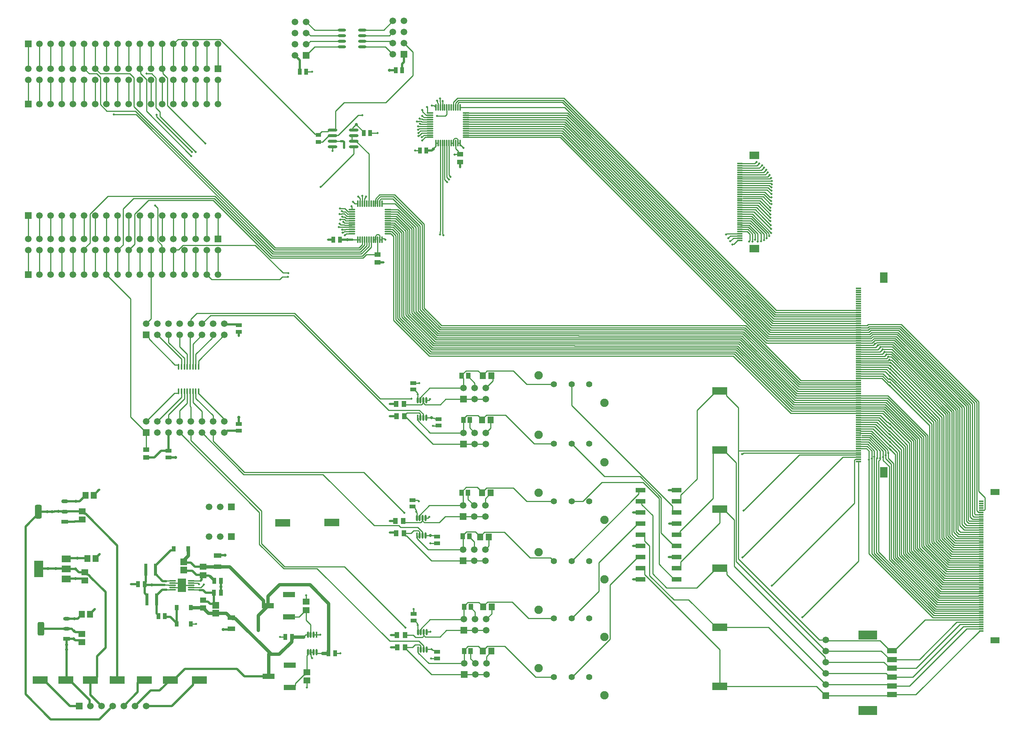
<source format=gtl>
G04*
G04 #@! TF.GenerationSoftware,Altium Limited,Altium Designer,22.3.1 (43)*
G04*
G04 Layer_Physical_Order=1*
G04 Layer_Color=255*
%FSLAX25Y25*%
%MOIN*%
G70*
G04*
G04 #@! TF.SameCoordinates,6E0130DB-2DEF-44AD-BCF0-1A686082A26A*
G04*
G04*
G04 #@! TF.FilePolarity,Positive*
G04*
G01*
G75*
%ADD10C,0.01000*%
%ADD15C,0.02000*%
G04:AMPARAMS|DCode=23|XSize=61.4mil|YSize=32.76mil|CornerRadius=16.38mil|HoleSize=0mil|Usage=FLASHONLY|Rotation=180.000|XOffset=0mil|YOffset=0mil|HoleType=Round|Shape=RoundedRectangle|*
%AMROUNDEDRECTD23*
21,1,0.06140,0.00000,0,0,180.0*
21,1,0.02864,0.03276,0,0,180.0*
1,1,0.03276,-0.01432,0.00000*
1,1,0.03276,0.01432,0.00000*
1,1,0.03276,0.01432,0.00000*
1,1,0.03276,-0.01432,0.00000*
%
%ADD23ROUNDEDRECTD23*%
G04:AMPARAMS|DCode=24|XSize=61.4mil|YSize=123.31mil|CornerRadius=16.27mil|HoleSize=0mil|Usage=FLASHONLY|Rotation=180.000|XOffset=0mil|YOffset=0mil|HoleType=Round|Shape=RoundedRectangle|*
%AMROUNDEDRECTD24*
21,1,0.06140,0.09077,0,0,180.0*
21,1,0.02886,0.12331,0,0,180.0*
1,1,0.03254,-0.01443,0.04538*
1,1,0.03254,0.01443,0.04538*
1,1,0.03254,0.01443,-0.04538*
1,1,0.03254,-0.01443,-0.04538*
%
%ADD24ROUNDEDRECTD24*%
%ADD25R,0.06140X0.03276*%
%ADD28R,0.06316X0.03464*%
G04:AMPARAMS|DCode=29|XSize=63.16mil|YSize=34.64mil|CornerRadius=17.32mil|HoleSize=0mil|Usage=FLASHONLY|Rotation=180.000|XOffset=0mil|YOffset=0mil|HoleType=Round|Shape=RoundedRectangle|*
%AMROUNDEDRECTD29*
21,1,0.06316,0.00000,0,0,180.0*
21,1,0.02852,0.03464,0,0,180.0*
1,1,0.03464,-0.01426,0.00000*
1,1,0.03464,0.01426,0.00000*
1,1,0.03464,0.01426,0.00000*
1,1,0.03464,-0.01426,0.00000*
%
%ADD29ROUNDEDRECTD29*%
G04:AMPARAMS|DCode=30|XSize=63.16mil|YSize=125.19mil|CornerRadius=17.37mil|HoleSize=0mil|Usage=FLASHONLY|Rotation=180.000|XOffset=0mil|YOffset=0mil|HoleType=Round|Shape=RoundedRectangle|*
%AMROUNDEDRECTD30*
21,1,0.06316,0.09045,0,0,180.0*
21,1,0.02842,0.12519,0,0,180.0*
1,1,0.03474,-0.01421,0.04523*
1,1,0.03474,0.01421,0.04523*
1,1,0.03474,0.01421,-0.04523*
1,1,0.03474,-0.01421,-0.04523*
%
%ADD30ROUNDEDRECTD30*%
%ADD35R,0.03740X0.05315*%
%ADD37R,0.05315X0.03740*%
%ADD43R,0.03600X0.04800*%
%ADD48R,0.03150X0.10630*%
%ADD49R,0.06127X0.05727*%
G04:AMPARAMS|DCode=50|XSize=57.25mil|YSize=17.16mil|CornerRadius=8.58mil|HoleSize=0mil|Usage=FLASHONLY|Rotation=90.000|XOffset=0mil|YOffset=0mil|HoleType=Round|Shape=RoundedRectangle|*
%AMROUNDEDRECTD50*
21,1,0.05725,0.00000,0,0,90.0*
21,1,0.04009,0.01716,0,0,90.0*
1,1,0.01716,0.00000,0.02005*
1,1,0.01716,0.00000,-0.02005*
1,1,0.01716,0.00000,-0.02005*
1,1,0.01716,0.00000,0.02005*
%
%ADD50ROUNDEDRECTD50*%
%ADD51R,0.01716X0.05725*%
%ADD54R,0.07087X0.09252*%
%ADD59R,0.08500X0.04016*%
%ADD60R,0.05727X0.06127*%
%ADD62R,0.13504X0.07008*%
%ADD63R,0.10984X0.04685*%
%ADD64R,0.08661X0.04724*%
%ADD65R,0.16535X0.07874*%
%ADD66R,0.05118X0.01181*%
%ADD71C,0.05500*%
%ADD72R,0.07874X0.14961*%
%ADD73R,0.07874X0.05906*%
%ADD74R,0.05118X0.03543*%
%ADD75R,0.06102X0.06102*%
%ADD76R,0.06693X0.04331*%
%ADD77R,0.06102X0.05906*%
%ADD78O,0.08661X0.02362*%
%ADD79R,0.05315X0.03937*%
%ADD80O,0.01378X0.05512*%
%ADD81O,0.07480X0.02362*%
%ADD82O,0.06496X0.01181*%
%ADD83O,0.01181X0.06496*%
%ADD84R,0.06102X0.05315*%
%ADD85O,0.06299X0.01181*%
%ADD86R,0.03740X0.05315*%
%ADD87R,0.05709X0.04528*%
%ADD88R,0.03937X0.05315*%
%ADD89R,0.05315X0.06102*%
%ADD90R,0.05118X0.01181*%
%ADD91R,0.08661X0.07087*%
%ADD92R,0.03937X0.01181*%
%ADD93R,0.08465X0.05512*%
%ADD94R,0.06102X0.05512*%
%ADD95C,0.03000*%
%ADD96R,0.05906X0.05906*%
%ADD97C,0.05906*%
%ADD98R,0.05906X0.05906*%
%ADD99C,0.07500*%
%ADD100C,0.02000*%
%ADD101C,0.02800*%
G36*
X156205Y122332D02*
X148921D01*
Y134536D01*
X156205D01*
Y122332D01*
D02*
G37*
D10*
X160929Y124497D02*
X167854D01*
X169595Y126466D02*
X172153Y129025D01*
X167854Y124497D02*
X168185Y124166D01*
X160929Y126466D02*
X169595D01*
X166740Y130403D02*
X167626Y129517D01*
X160929Y130403D02*
X166740D01*
X293039Y449623D02*
X293228Y449813D01*
X297231D01*
X297421Y449623D02*
X304858D01*
X296281Y447515D02*
X298996D01*
X297231Y449813D02*
X297421Y449623D01*
X296279Y447513D02*
X296281Y447515D01*
X298996D02*
X299137Y447655D01*
X304858D01*
X261479Y82244D02*
X263449Y84214D01*
X306132Y536779D02*
X306424D01*
X305503Y537409D02*
X306132Y536779D01*
X305503Y537409D02*
Y538875D01*
X308447Y541819D01*
X308837Y541487D02*
Y541819D01*
Y541487D02*
X315333Y534990D01*
X308447Y541819D02*
X308837D01*
X315333Y534203D02*
Y534990D01*
X305481Y526780D02*
X308569D01*
X304851Y527409D02*
X305481Y526780D01*
X304851Y527409D02*
Y530559D01*
X308569Y526780D02*
X320016Y515333D01*
X306424Y515393D02*
Y521779D01*
X276621Y485590D02*
X306424Y515393D01*
X287527Y526780D02*
X294939D01*
X287527Y531959D02*
X292288D01*
X274799Y525343D02*
X275609Y526153D01*
X278567D01*
X284194Y531779D02*
X287527D01*
X278567Y526153D02*
X284194Y531779D01*
X287527Y517969D02*
Y521779D01*
X287162D02*
X287527D01*
X286532Y522409D02*
X287162Y521779D01*
X310280Y549951D02*
X314152D01*
X292288Y531959D02*
X310280Y549951D01*
X271741Y533118D02*
X274799D01*
X275291Y533216D02*
X277653Y535579D01*
X283110D02*
X284311Y536779D01*
X290199D02*
Y553768D01*
X274799Y533216D02*
X275291D01*
X284311Y536779D02*
X290199D01*
X277653Y535579D02*
X283110D01*
X346865Y182044D02*
X348406Y180502D01*
X363713D01*
X357763Y175070D02*
X359956Y177262D01*
X364408D01*
X324756Y182044D02*
X346865D01*
X278900Y227900D02*
X324756Y182044D01*
X363713Y180502D02*
X367993Y176223D01*
X364408Y177262D02*
X365433Y176237D01*
X376194Y48312D02*
X405328D01*
X352432Y72075D02*
X376194Y48312D01*
X785634Y329913D02*
X786367Y330646D01*
X786560D01*
X787159Y325039D02*
X787458D01*
X786222Y325976D02*
X787159Y325039D01*
X758900Y325976D02*
X786222D01*
X758900Y324008D02*
X785317D01*
X786783Y322277D02*
X786966D01*
X785154Y323906D02*
X786783Y322277D01*
X786966D02*
X787237D01*
X660929Y436674D02*
X661120Y436866D01*
X661327Y437760D02*
Y443489D01*
X661120Y436866D02*
Y437554D01*
X661327Y437760D01*
X270557Y84061D02*
X276500D01*
X270404Y84214D02*
X270557Y84061D01*
X267845Y68463D02*
X270404D01*
X267845D02*
X267982Y68326D01*
Y64389D02*
Y68326D01*
Y64389D02*
X269100Y63271D01*
Y63000D02*
Y63271D01*
X424929Y265231D02*
X429076Y269379D01*
Y276852D01*
X379267Y277890D02*
X382280D01*
X382613Y277558D01*
X376315Y278476D02*
X378681D01*
X379267Y277890D01*
X375970Y278821D02*
X376315Y278476D01*
X371377Y278821D02*
X375970D01*
X371791Y70930D02*
X376194D01*
X371654Y70794D02*
X371791Y70930D01*
X376465D02*
X377405Y69990D01*
X379757D02*
X381128Y68620D01*
X377405Y69990D02*
X379757D01*
X376194Y70930D02*
X376465D01*
X380049Y524951D02*
X382017D01*
X378264Y520509D02*
X380049Y522294D01*
Y524951D01*
X378264Y519964D02*
Y520509D01*
X377920Y519620D02*
X378264Y519964D01*
X305350Y438403D02*
X312142D01*
X321239Y534203D02*
X321272Y534170D01*
X327924D01*
X363509Y300077D02*
Y300939D01*
X359697Y303963D02*
X360484D01*
X363509Y300939D01*
Y300077D02*
X363700Y299885D01*
Y294572D02*
Y299885D01*
X363713Y92800D02*
X363845Y92668D01*
Y86677D02*
X363977Y86545D01*
X363845Y86677D02*
Y92668D01*
X360183Y96689D02*
X360970D01*
X363522Y94137D01*
Y92991D02*
Y94137D01*
Y92991D02*
X363713Y92800D01*
X363011Y188851D02*
Y193582D01*
X362563Y194030D02*
X363011Y193582D01*
X362563Y194030D02*
Y194301D01*
X361374Y196838D02*
X362372Y195840D01*
X359217Y198995D02*
X360004D01*
X361374Y197625D01*
Y196838D02*
Y197625D01*
X362372Y194492D02*
Y195840D01*
Y194492D02*
X362563Y194301D01*
X374968Y173100D02*
X380035D01*
X381128Y172007D01*
X370689Y173100D02*
X374968D01*
X290412Y67400D02*
X294500D01*
X290312Y67300D02*
X290412Y67400D01*
X264598Y36611D02*
Y42950D01*
X263841Y113672D02*
Y119400D01*
X240441Y82244D02*
X244863D01*
X160585Y93808D02*
X165159D01*
X160585Y93808D02*
X160585Y93808D01*
X647006Y434291D02*
X650536Y437822D01*
X652505D01*
X646091Y434291D02*
X647006D01*
X645900Y434100D02*
X646091Y434291D01*
X640271Y443000D02*
X640998Y443728D01*
X640000Y443000D02*
X640271D01*
X642020Y439909D02*
X643870Y441759D01*
X652505D01*
X640998Y443728D02*
X652505D01*
X646643Y439791D02*
X652505D01*
X643870Y437018D02*
X646643Y439791D01*
X708560Y99620D02*
X758900Y149960D01*
Y239362D01*
X634600Y90722D02*
X678078D01*
X631352D02*
X634600D01*
X755802Y241253D02*
X757086D01*
X755041Y240491D02*
X755802Y241253D01*
X757164Y241331D02*
X758900D01*
X757086Y241253D02*
X757164Y241331D01*
X755041Y202086D02*
Y240491D01*
X681078Y128123D02*
X755041Y202086D01*
X651000Y152183D02*
X723684Y79500D01*
X729300D01*
X728833Y59967D02*
Y63953D01*
X729300Y59500D02*
X781394D01*
X640852Y137948D02*
X729300Y49500D01*
X728833Y59967D02*
X729300Y59500D01*
X869222Y95391D02*
X869300Y95469D01*
X868800Y95391D02*
X869222D01*
X729300Y49500D02*
X783520D01*
X651000Y248800D02*
Y287900D01*
X640852Y137948D02*
Y140738D01*
X647400Y145386D02*
X728833Y63953D01*
X634600Y143742D02*
X637848D01*
X649200Y149600D02*
X729300Y69500D01*
X631352Y143742D02*
X634600D01*
X651000Y152183D02*
Y248800D01*
X649200Y149600D02*
Y238428D01*
X729300Y69500D02*
X779268D01*
X647400Y145386D02*
Y187209D01*
X654826Y153493D02*
X744632Y243299D01*
X758900D01*
X640852Y246777D02*
X649200Y238428D01*
X637848Y196762D02*
X647400Y187209D01*
X655874Y195308D02*
X705834Y245268D01*
X758900D01*
X634600Y196762D02*
X637848D01*
X634600Y195308D02*
Y196762D01*
Y184454D02*
Y195308D01*
Y249782D02*
X637848D01*
X631352D02*
X634600D01*
X655874Y247236D02*
X758900D01*
X654722Y246084D02*
X655874Y247236D01*
X654451Y246084D02*
X654722D01*
X651000Y248800D02*
X651405Y249205D01*
X758900D01*
X810220Y30315D02*
X867422Y87517D01*
X788925Y30315D02*
X810220D01*
X867422Y87517D02*
X868800D01*
X804395Y38189D02*
X855692Y89486D01*
X868800D01*
X788925Y38189D02*
X804395D01*
X852778Y91454D02*
X868800D01*
X788925Y46063D02*
X807387D01*
X852778Y91454D01*
X849787Y93423D02*
X868800D01*
X810301Y53937D02*
X849787Y93423D01*
X788925Y53937D02*
X810301D01*
X846873Y95391D02*
X868800D01*
X788925Y61811D02*
X813293D01*
X846873Y95391D01*
X788925Y69685D02*
X790894D01*
X818569Y97360D02*
X868800D01*
X790894Y69685D02*
X818569Y97360D01*
X721098Y37701D02*
X729300Y29500D01*
X788110D02*
X788925Y30315D01*
X729300Y29500D02*
X788110D01*
X787614Y39500D02*
X788925Y38189D01*
X729300Y39500D02*
X787614D01*
X783520Y49500D02*
X786957Y46063D01*
X788925D01*
X781394Y59500D02*
X786957Y53937D01*
X788925D01*
X779268Y69500D02*
X786957Y61811D01*
X788925D01*
X730179Y78621D02*
X778020D01*
X786957Y69685D01*
X788925D01*
X729300Y79500D02*
X730179Y78621D01*
X637848Y143742D02*
X640852Y140738D01*
X640517Y298383D02*
X651000Y287900D01*
X637513Y302801D02*
X640517Y299798D01*
Y298383D02*
Y299798D01*
X631352Y302801D02*
X637513D01*
X640852Y246777D02*
Y246778D01*
X637848Y249782D02*
X640852Y246778D01*
X678078Y90722D02*
X729300Y39500D01*
X634600Y37701D02*
X721098D01*
X866500Y212714D02*
Y293043D01*
X797162Y362381D02*
X866500Y293043D01*
X767430Y362381D02*
X797162D01*
X766458Y361409D02*
X767430Y362381D01*
X758900Y361409D02*
X766458D01*
X866500Y212714D02*
X872069Y207146D01*
Y196625D02*
Y207146D01*
X871307Y195863D02*
X872069Y196625D01*
X868878Y195863D02*
X871307D01*
X868800Y195785D02*
X868878Y195863D01*
X866293Y193895D02*
X869817D01*
X864700Y195488D02*
X866293Y193895D01*
X869817D02*
X869973Y193739D01*
X796416Y360581D02*
X864700Y292297D01*
Y195488D02*
Y292297D01*
X768176Y360581D02*
X796416D01*
X758900Y359441D02*
X767035D01*
X768176Y360581D01*
X760947Y357472D02*
X767613D01*
X768921Y358781D02*
X795670D01*
X862706Y192700D02*
Y291746D01*
X760869Y357395D02*
X760947Y357472D01*
X767613D02*
X768921Y358781D01*
X795670D02*
X862706Y291746D01*
Y192700D02*
X863558Y191848D01*
X868800D01*
X825578Y99328D02*
X869973D01*
X768103Y156803D02*
X825578Y99328D01*
X826092Y101360D02*
X867922D01*
X772939Y157059D02*
X826732Y103265D01*
X869651D01*
X827246Y105297D02*
X868800D01*
X827886Y107202D02*
X868009D01*
X776694Y158394D02*
X827886Y107202D01*
X828463Y109171D02*
X869621D01*
X786381Y151253D02*
X828463Y109171D01*
X828977Y111202D02*
X868800D01*
X829554Y113171D02*
X868800D01*
X830131Y115139D02*
X868800D01*
X758772Y272827D02*
X774129D01*
X831835Y121072D02*
X866633D01*
X797200Y155708D02*
X831835Y121072D01*
X799000Y156453D02*
X832581Y122872D01*
X869129D01*
X866265Y118908D02*
X866293Y118935D01*
X831454Y118908D02*
X866265D01*
X866293Y118935D02*
X868659D01*
X795400Y154962D02*
X831454Y118908D01*
X868659Y118935D02*
X868800Y119076D01*
X795400Y154962D02*
Y248540D01*
X797200Y155708D02*
Y249992D01*
X833017Y124982D02*
X868800D01*
X833594Y126950D02*
X868800D01*
X834171Y128919D02*
X868800D01*
X834748Y130887D02*
X868800D01*
X835325Y132856D02*
X868800D01*
X837056Y138761D02*
X868800D01*
X839365Y146635D02*
X868800D01*
X839942Y148604D02*
X868800D01*
X758422Y316072D02*
X780094D01*
X840519Y150573D02*
X868800D01*
X652505Y479114D02*
X674178D01*
X841096Y152541D02*
X868800D01*
X841673Y154509D02*
X868800D01*
X842250Y156478D02*
X868800D01*
X842828Y158447D02*
X868800D01*
X843405Y160415D02*
X868800D01*
X843982Y162383D02*
X869577D01*
X844559Y164352D02*
X868800D01*
X845136Y166321D02*
X868800D01*
X845713Y168289D02*
X868800D01*
X846290Y170257D02*
X868800D01*
X848137Y172226D02*
X868800D01*
X848714Y174195D02*
X868800D01*
X850105Y176163D02*
X868800D01*
X853537Y178131D02*
X868800D01*
X855736Y182083D02*
X868800D01*
X800800Y157199D02*
X833017Y124982D01*
X830708Y117108D02*
X869577D01*
X862232Y189880D02*
X869577D01*
X860905Y191206D02*
Y291000D01*
Y191206D02*
X862232Y189880D01*
X794925Y356981D02*
X860905Y291000D01*
X769667Y356981D02*
X794925D01*
X768190Y355504D02*
X769667Y356981D01*
X758900Y355504D02*
X768190D01*
X858937Y189880D02*
Y290423D01*
X794179Y355181D02*
X858937Y290423D01*
X770412Y355181D02*
X794179D01*
X768767Y353535D02*
X770412Y355181D01*
X758900Y353535D02*
X768767D01*
X860905Y187911D02*
X868800D01*
X858937Y189880D02*
X860905Y187911D01*
X858011Y185942D02*
X868800D01*
X857137Y186817D02*
X858011Y185942D01*
X857137Y186817D02*
Y289678D01*
X793434Y353381D02*
X857137Y289678D01*
X771158Y353381D02*
X793434D01*
X758900Y351567D02*
X769344D01*
X771158Y353381D01*
X855337Y185942D02*
Y288932D01*
X771903Y351581D02*
X792688D01*
X769921Y349598D02*
X771903Y351581D01*
X792688D02*
X855337Y288932D01*
X758900Y349598D02*
X769921D01*
X857306Y183974D02*
X868800D01*
X855337Y185942D02*
X857306Y183974D01*
X853537Y184283D02*
X855736Y182083D01*
X791943Y349781D02*
X853537Y288187D01*
Y184283D02*
Y288187D01*
X758900Y347630D02*
X770498D01*
X772649Y349781D01*
X791943D01*
X851400Y183200D02*
Y287778D01*
X791197Y347981D02*
X851400Y287778D01*
X773394Y347981D02*
X791197D01*
X771075Y345661D02*
X773394Y347981D01*
X758900Y345661D02*
X771075D01*
X851400Y183200D02*
X854563Y180037D01*
X868800D01*
X652505Y483098D02*
X676807D01*
X651717D02*
X652505D01*
X838850Y144604D02*
X866759D01*
X819000Y164454D02*
X838850Y144604D01*
X838210Y142698D02*
X867100D01*
X837633Y140730D02*
X867100D01*
X836479Y136793D02*
X867100D01*
X835902Y134824D02*
X867100D01*
X758837Y274795D02*
X775245D01*
X849600Y182069D02*
X853537Y178131D01*
X849600Y182069D02*
Y287032D01*
X773883Y344946D02*
X775118Y346181D01*
X773612Y344946D02*
X773883D01*
X775118Y346181D02*
X790451D01*
X849600Y287032D01*
X776116Y343693D02*
X776387D01*
X777075Y344381D01*
X789590D01*
X847800Y178469D02*
Y286171D01*
X789590Y344381D02*
X847800Y286171D01*
Y178469D02*
X850105Y176163D01*
X846000Y176909D02*
X848714Y174195D01*
X795749Y335676D02*
X846000Y285426D01*
Y176909D02*
Y285426D01*
X795749Y335676D02*
Y335676D01*
X789087Y342339D02*
X795749Y335676D01*
X778711Y342272D02*
X779416D01*
X779482Y342339D01*
X789087D01*
X778519Y342081D02*
X778711Y342272D01*
X774070Y341647D02*
X776116Y343693D01*
X773342Y344946D02*
X773612D01*
X761051Y339678D02*
X776116D01*
X778519Y342081D01*
X761051Y341647D02*
X774070D01*
X788680Y340200D02*
X844200Y284680D01*
X780435Y340039D02*
X780596Y340200D01*
X788680D01*
X844200Y176163D02*
Y284680D01*
Y176163D02*
X848137Y172226D01*
X842400Y174147D02*
X846290Y170257D01*
X788435Y337900D02*
X842400Y283934D01*
Y174147D02*
Y283934D01*
X782242Y337900D02*
X788435D01*
X783821Y335645D02*
X788144D01*
X783663Y335487D02*
X783821Y335645D01*
X788144D02*
X840600Y283189D01*
X780128Y335786D02*
X782242Y337900D01*
X778183Y337787D02*
X780435Y340039D01*
X758900Y335819D02*
X780128D01*
X758900Y337787D02*
X778183D01*
X840600Y173402D02*
X845713Y168289D01*
X840600Y173402D02*
Y283189D01*
X838800Y172656D02*
X845136Y166321D01*
X838800Y172656D02*
Y282443D01*
X787966Y333278D02*
X838800Y282443D01*
X788299Y330399D02*
X837000Y281698D01*
X786773Y330399D02*
X788299D01*
X837000Y171911D02*
Y281698D01*
X785466Y333345D02*
X785533Y333278D01*
X787966D01*
X786581Y330590D02*
X786773Y330399D01*
X758900Y329913D02*
X785634D01*
X837000Y171911D02*
X844559Y164352D01*
X835200Y171165D02*
X843982Y162383D01*
X787771Y327945D02*
X788377Y327339D01*
X788383D01*
X787500Y327945D02*
X787771D01*
X788383Y327339D02*
X835200Y280521D01*
Y171165D02*
Y280521D01*
X833400Y170420D02*
Y279096D01*
X787458Y325039D02*
X833400Y279096D01*
Y170420D02*
X843405Y160415D01*
X831600Y169674D02*
Y277914D01*
Y169674D02*
X842828Y158447D01*
X788054Y321460D02*
X831600Y277914D01*
X788054Y321460D02*
X788054D01*
X787237Y322277D02*
X788054Y321460D01*
X829800Y168928D02*
Y276461D01*
X787101Y319160D02*
X829800Y276461D01*
Y168928D02*
X842250Y156478D01*
X828000Y168182D02*
X841673Y154509D01*
X817200Y163709D02*
Y261328D01*
X776694Y158394D02*
Y239842D01*
X770639Y156813D02*
Y242152D01*
X815400Y162963D02*
X837633Y140730D01*
X791781Y153490D02*
X830131Y115139D01*
X793581Y154235D02*
X830708Y117108D01*
X804400Y158690D02*
X834171Y128919D01*
X789981Y152744D02*
Y237850D01*
X809800Y160926D02*
X835902Y134824D01*
X813600Y162218D02*
X837056Y138761D01*
X826200Y167437D02*
X841096Y152541D01*
X819000Y164454D02*
Y262074D01*
X788181Y151998D02*
X828977Y111202D01*
X808000Y160181D02*
Y257800D01*
X820800Y165200D02*
X839365Y146635D01*
X822600Y165946D02*
X839942Y148604D01*
X772939Y157059D02*
Y243848D01*
X811600Y161672D02*
X836479Y136793D01*
X806200Y159435D02*
Y257055D01*
X824400Y166691D02*
X840519Y150573D01*
X770639Y156813D02*
X826092Y101360D01*
X808000Y160181D02*
X835325Y132856D01*
X791781Y153490D02*
Y235581D01*
X788181Y151998D02*
Y237105D01*
X817200Y163709D02*
X838210Y142698D01*
X799000Y156453D02*
Y251445D01*
X774895Y157648D02*
X827246Y105297D01*
X793581Y154235D02*
Y205789D01*
X806200Y159435D02*
X834748Y130887D01*
X802600Y157944D02*
Y254149D01*
X824400Y166691D02*
Y273156D01*
X813600Y162218D02*
Y259837D01*
X789981Y152744D02*
X829554Y113171D01*
X786381Y151253D02*
Y234979D01*
X800800Y157199D02*
Y252661D01*
X802600Y157944D02*
X833594Y126950D01*
X774895Y157648D02*
Y241684D01*
X804400Y158690D02*
Y255602D01*
X809800Y160926D02*
Y258546D01*
X811600Y161672D02*
Y259292D01*
X815400Y162963D02*
Y260583D01*
X820800Y165200D02*
Y262820D01*
X822600Y165946D02*
Y271703D01*
X826200Y167437D02*
Y274609D01*
X768103Y156803D02*
Y240963D01*
X828000Y168182D02*
Y275400D01*
X787839Y315561D02*
X828000Y275400D01*
X788054Y312755D02*
X826200Y274609D01*
X787101Y310455D02*
X824400Y273156D01*
X786875Y307429D02*
X822600Y271703D01*
X786910Y310646D02*
X787101Y310455D01*
X787718Y315561D02*
X787839D01*
X786875Y316134D02*
X787145D01*
X787718Y315561D01*
X787617Y312755D02*
X788054D01*
X786840Y313261D02*
X787111D01*
X787617Y312755D01*
X784003Y331882D02*
X785466Y333345D01*
X782026Y333850D02*
X783663Y335487D01*
X758900Y331882D02*
X784003D01*
X758900Y333850D02*
X782026D01*
X758900Y298417D02*
X785202D01*
X820800Y262820D01*
X758900Y296449D02*
X784625D01*
X702399D02*
X758900D01*
X784625D02*
X819000Y262074D01*
X784048Y294480D02*
X817200Y261328D01*
X758900Y294480D02*
X784048D01*
X783471Y292512D02*
X815400Y260583D01*
X758900Y292512D02*
X783471D01*
X758900Y290543D02*
X782894D01*
X813600Y259837D01*
X758900Y288575D02*
X782317D01*
X700091D02*
X758900D01*
X782317D02*
X811600Y259292D01*
X791781Y235581D02*
X791800Y235600D01*
X780914Y240446D02*
Y243396D01*
X786972Y269777D02*
X802600Y254149D01*
X781163Y284638D02*
X808000Y257800D01*
X786619Y260574D02*
X797200Y249992D01*
X783214Y242072D02*
X788181Y237105D01*
X785514Y242317D02*
X789981Y237850D01*
X786735Y266726D02*
X800800Y252661D01*
X781740Y286606D02*
X809800Y258546D01*
X780914Y240446D02*
X786381Y234979D01*
X775327Y242116D02*
Y242387D01*
X791800Y235600D02*
Y245807D01*
X793600Y205808D02*
Y247260D01*
X787462Y250145D02*
X791800Y245807D01*
X775327Y242387D02*
X775343Y242403D01*
X793581Y205789D02*
X793600Y205808D01*
X780585Y282669D02*
X806200Y257055D01*
X786972Y256967D02*
X795400Y248540D01*
X770639Y242152D02*
Y248976D01*
X786947Y273055D02*
X804400Y255602D01*
X786855Y263590D02*
X799000Y251445D01*
X787417Y253443D02*
X793600Y247260D01*
X772939Y243848D02*
Y249222D01*
X774895Y241684D02*
X775327Y242116D01*
X758900Y286606D02*
X781740D01*
X758900Y284638D02*
X781163D01*
X758900Y282669D02*
X780585D01*
X784424Y274775D02*
X785131D01*
X786851Y273055D02*
X786947D01*
X785131Y274775D02*
X786851Y273055D01*
X778498Y280701D02*
X784424Y274775D01*
X760750Y280701D02*
X778498D01*
X786568Y266726D02*
X786735D01*
X786619Y263590D02*
X786855D01*
X783214Y242072D02*
Y245233D01*
X779914Y264026D02*
X786972Y256967D01*
X785514Y242317D02*
Y247067D01*
X787244Y253443D02*
X787417D01*
X785445Y247136D02*
X785514Y247067D01*
X778125Y242495D02*
X778183Y242437D01*
Y241331D02*
Y242437D01*
X776694Y239842D02*
X778183Y241331D01*
X780914Y243396D02*
Y248883D01*
X785254Y247327D02*
X785445Y247136D01*
X783145Y245301D02*
X783214Y245233D01*
X783145Y245301D02*
Y249198D01*
X785254Y247327D02*
Y249100D01*
X784945Y249409D02*
X785254Y249100D01*
X395832Y557269D02*
Y561786D01*
X399428Y565383D02*
X494927D01*
X395797Y557235D02*
X395832Y557269D01*
Y561786D02*
X399428Y565383D01*
X494927D02*
X685121Y375189D01*
X758900D01*
X496477Y546014D02*
X681082Y361409D01*
X406237Y551842D02*
X406315Y551920D01*
X400919Y561783D02*
X493436D01*
X494182Y563583D02*
X684544Y373220D01*
X494151Y538140D02*
X678756Y353535D01*
X495900Y544046D02*
X680505Y359441D01*
X408474Y547905D02*
X408552Y547983D01*
X492069Y532235D02*
X676674Y347630D01*
X495323Y542077D02*
X679928Y357472D01*
X407017Y546014D02*
X496477D01*
X400174Y563583D02*
X494182D01*
X491492Y530266D02*
X676096Y345661D01*
X407017Y538140D02*
X494151D01*
X406315Y551920D02*
X407017D01*
X495439Y557235D02*
X683390Y369284D01*
X407017Y544046D02*
X495900D01*
X494728Y540109D02*
X679333Y355504D01*
X492997Y534203D02*
X677602Y349598D01*
X497054Y547983D02*
X681659Y363378D01*
X493436Y561783D02*
X683967Y371252D01*
X407017Y549951D02*
X497631D01*
X682236Y365347D01*
X407017Y540109D02*
X494728D01*
X498208Y551920D02*
X682813Y367315D01*
X399656Y559201D02*
X399769Y559313D01*
X407017Y530266D02*
X491492D01*
X407017Y532235D02*
X492069D01*
X493574Y536172D02*
X678179Y351567D01*
X401702Y557235D02*
X495439D01*
X407017Y551920D02*
X498208D01*
X408552Y547983D02*
X497054D01*
X407017Y542077D02*
X495323D01*
X407017Y536172D02*
X493574D01*
X407017Y534203D02*
X492997D01*
X684544Y373220D02*
X758900D01*
X397765Y557235D02*
X397800Y557269D01*
Y561209D01*
X400174Y563583D01*
X399769Y560632D02*
X400919Y561783D01*
X399769Y559313D02*
Y560632D01*
X683967Y371252D02*
X758900D01*
X682236Y365347D02*
X758900D01*
X676096Y345661D02*
X758900D01*
X678756Y353535D02*
X758900D01*
X679333Y355504D02*
X758900D01*
X680505Y359441D02*
X758900D01*
X683390Y369284D02*
X758900D01*
X681082Y361409D02*
X758900D01*
X676674Y347630D02*
X758900D01*
X677602Y349598D02*
X758900D01*
X679928Y357472D02*
X758900D01*
X682813Y367315D02*
X758900D01*
X678179Y351567D02*
X758900D01*
X681659Y363378D02*
X758900D01*
X505785Y346800D02*
X652048D01*
X701245Y292512D02*
X758900D01*
X648320Y337800D02*
X699513Y286606D01*
X649065Y339600D02*
X700091Y288575D01*
X656251Y342597D02*
Y342597D01*
X698037Y282669D02*
X758900D01*
X662592Y343892D02*
X704130Y302354D01*
X375661Y337800D02*
X648320D01*
X698862Y284638D02*
X758900D01*
X700667Y290543D02*
X758900D01*
X508022Y352200D02*
X654284D01*
X506531Y348600D02*
X652793D01*
X662592Y343892D02*
Y343892D01*
X652048Y346800D02*
X656251Y342597D01*
X655775Y355800D02*
X705284Y306291D01*
X650556Y343200D02*
X701245Y292512D01*
X652793Y348600D02*
X671348Y330045D01*
X656251Y342597D02*
X702399Y296449D01*
X653539Y350400D02*
X703553Y300386D01*
X505040Y345000D02*
X651302D01*
X509513Y355800D02*
X655775D01*
X508767Y354000D02*
X655030D01*
X647500Y336000D02*
X698862Y284638D01*
X649811Y341400D02*
X700667Y290543D01*
X655030Y354000D02*
X704707Y304323D01*
X374170Y334200D02*
X646506D01*
X385254Y361300D02*
X657912D01*
X656521Y357600D02*
X705861Y308260D01*
X701822Y294480D02*
X758900D01*
X657912Y361300D02*
X707015Y312197D01*
X654284Y352200D02*
X662592Y343892D01*
X504294Y343200D02*
X650556D01*
X671348Y330045D02*
Y330045D01*
X651302Y345000D02*
X654451Y341851D01*
X657267Y359400D02*
X706438Y310228D01*
X507276Y350400D02*
X653539D01*
X703553Y300386D02*
X758900D01*
X654451Y341851D02*
X701822Y294480D01*
X646506Y334200D02*
X698037Y282669D01*
X699513Y286606D02*
X758900D01*
X511004Y359400D02*
X657267D01*
X510258Y357600D02*
X656521D01*
X376407Y339600D02*
X649065D01*
X377152Y341400D02*
X649811D01*
X374916Y336000D02*
X647500D01*
X654451Y341851D02*
Y341851D01*
X335125Y561369D02*
X359397Y585640D01*
X351465Y614610D02*
X359397Y606678D01*
X297799Y561369D02*
X335125D01*
X359397Y585640D02*
Y606678D01*
X383656Y443201D02*
Y445871D01*
X383986Y446202D01*
X385954Y443549D02*
Y524951D01*
X386702Y442531D02*
Y442802D01*
X385954Y443549D02*
X386702Y442802D01*
X383986Y446202D02*
Y524951D01*
X707015Y312197D02*
X758900D01*
X706438Y310228D02*
X758900D01*
X705861Y308260D02*
X758900D01*
X705284Y306291D02*
X758900D01*
X704707Y304323D02*
X758900D01*
X504194Y343300D02*
X504294Y343200D01*
X505685Y346900D02*
X505785Y346800D01*
X347600Y368407D02*
X376407Y339600D01*
X507176Y350500D02*
X507276Y350400D01*
X342200Y366170D02*
X374170Y334200D01*
X507922Y352300D02*
X508022Y352200D01*
X344000Y366916D02*
X374916Y336000D01*
X345800Y367661D02*
X375661Y337800D01*
X504940Y345100D02*
X505040Y345000D01*
X349400Y369152D02*
X377152Y341400D01*
X506431Y348700D02*
X506531Y348600D01*
X704130Y302354D02*
X758900D01*
X671348Y330045D02*
X702976Y298417D01*
X758900D01*
X377798Y343300D02*
X504194D01*
X379289Y346900D02*
X505685D01*
X509413Y355900D02*
X509513Y355800D01*
X380035Y348700D02*
X506431D01*
X383017Y355900D02*
X509413D01*
X378544Y345100D02*
X504940D01*
X383763Y357700D02*
X510158D01*
X384508Y359500D02*
X510904D01*
X508667Y354100D02*
X508767Y354000D01*
X382271Y354100D02*
X508667D01*
X510158Y357700D02*
X510258Y357600D01*
X510904Y359500D02*
X511004Y359400D01*
X380780Y350500D02*
X507176D01*
X381526Y352300D02*
X507922D01*
X367664Y376344D02*
X384508Y359500D01*
X365864Y375599D02*
X383763Y357700D01*
X360200Y373626D02*
X381526Y352300D01*
X369464Y377090D02*
X385254Y361300D01*
X354800Y371389D02*
X379289Y346900D01*
X358400Y372880D02*
X380780Y350500D01*
X359093Y369641D02*
X380035Y348700D01*
X353000Y370644D02*
X378544Y345100D01*
X362200Y374171D02*
X382271Y354100D01*
X364064Y374853D02*
X383017Y355900D01*
X351200Y369898D02*
X377798Y343300D01*
X369464Y377090D02*
Y452365D01*
X342200Y366170D02*
Y441317D01*
X359093Y369641D02*
X359093D01*
X365864Y375599D02*
Y450874D01*
X347600Y368407D02*
Y443682D01*
X364064Y374853D02*
Y450129D01*
X358400Y372880D02*
Y448156D01*
X360200Y373626D02*
Y448901D01*
X356600Y372135D02*
X359093Y369641D01*
X362200Y374171D02*
Y449447D01*
X356600Y372135D02*
Y447410D01*
X367664Y376344D02*
Y451620D01*
X353000Y370644D02*
Y445919D01*
X349400Y369152D02*
Y444428D01*
X344000Y366916D02*
Y442191D01*
X345800Y367661D02*
Y442937D01*
X354800Y371389D02*
Y446664D01*
X351200Y369898D02*
Y445173D01*
X353407Y468422D02*
X369464Y452365D01*
X353407Y468422D02*
Y468422D01*
X325956Y470721D02*
Y475238D01*
X329553Y478835D02*
X342995D01*
X353407Y468422D01*
X325921Y470686D02*
X325956Y470721D01*
Y475238D02*
X329553Y478835D01*
X331044Y475235D02*
X341503D01*
X342249Y477035D02*
X367664Y451620D01*
X341503Y475235D02*
X365864Y450874D01*
X343506Y470686D02*
X364064Y450129D01*
X330298Y477035D02*
X342249D01*
X331827Y470686D02*
X343506D01*
X327924Y474661D02*
X330298Y477035D01*
X327924Y470721D02*
Y474661D01*
X327890Y470686D02*
X327924Y470721D01*
X329893Y474084D02*
X331044Y475235D01*
X329893Y470721D02*
Y474084D01*
X329858Y470686D02*
X329893Y470721D01*
X346275Y465372D02*
X362200Y449447D01*
X341116Y447620D02*
X345800Y442937D01*
X345121Y461435D02*
X358400Y448156D01*
X337201Y443659D02*
X339858D01*
X341693Y449589D02*
X347600Y443682D01*
X343967Y457498D02*
X354800Y446664D01*
X343390Y455529D02*
X353000Y445919D01*
X342813Y453560D02*
X351200Y445173D01*
X342236Y451592D02*
X349400Y444428D01*
X344544Y459466D02*
X356600Y447410D01*
X339858Y443659D02*
X342200Y441317D01*
X345698Y463403D02*
X360200Y448901D01*
X340539Y445652D02*
X344000Y442191D01*
X337142Y465372D02*
X346275D01*
X337142Y463403D02*
X345698D01*
X337142Y457498D02*
X343967D01*
X337142Y461435D02*
X345121D01*
X337142Y455529D02*
X343390D01*
X337142Y451592D02*
X342236D01*
X337142Y459466D02*
X344544D01*
X337142Y453560D02*
X342813D01*
X337142Y443718D02*
X337201Y443659D01*
X337142Y449623D02*
X337176Y449589D01*
X341693D01*
X366660Y297470D02*
X374488Y305298D01*
X404769D01*
X337142Y447655D02*
X337176Y447620D01*
X341116D01*
X337176Y445652D02*
X340539D01*
X337142Y445686D02*
X337176Y445652D01*
X242500Y405200D02*
X247500D01*
Y408800D02*
X247800Y408500D01*
X242954Y408800D02*
X247500D01*
X667837Y504775D02*
X669884Y506821D01*
X654818Y504775D02*
X667837D01*
X652122Y496877D02*
X652505D01*
X675430D02*
X677169Y498616D01*
X677430D01*
X671749Y500714D02*
X674202Y503167D01*
X655624Y500714D02*
X671749D01*
X652505Y496877D02*
X675430D01*
X651549Y494909D02*
X652505D01*
X677398D01*
X678962Y496473D01*
X679233D01*
X786649Y313453D02*
X786840Y313261D01*
X786187Y310646D02*
X786910D01*
X785489Y313453D02*
X786649D01*
X758900Y318102D02*
X780941D01*
Y318001D02*
X785489Y313453D01*
X785947Y310886D02*
X786187Y310646D01*
X785510Y310886D02*
X785947D01*
X652505Y485066D02*
X677820D01*
X651696D02*
X652505D01*
X758900Y322039D02*
X783951D01*
X655626Y491073D02*
X681267D01*
X652505Y490972D02*
X652583Y491050D01*
X655602D01*
X655626Y491073D01*
X772089Y343693D02*
X773342Y344946D01*
X759633Y343693D02*
X772089D01*
X679542Y470909D02*
X679884D01*
X673337Y477114D02*
X679542Y470909D01*
X679884D02*
X680379Y470413D01*
X680650D01*
X655204Y477114D02*
X673337D01*
X758900Y327945D02*
X787500D01*
X758900Y320071D02*
X782938D01*
X786875Y316134D01*
X760869Y314165D02*
X779296D01*
X779865Y313986D02*
X785922Y307928D01*
X780410Y315986D02*
X785510Y310886D01*
X785922Y307928D02*
X786104D01*
X786604Y307429D01*
X786875D01*
X786831Y319160D02*
X787101D01*
X783951Y322039D02*
X786831Y319160D01*
X786875Y316134D02*
X786875D01*
X652505Y489003D02*
X680090D01*
X680927Y488167D01*
X681197D01*
X680642Y479262D02*
X680642D01*
X678922Y487035D02*
X680551Y485406D01*
X680733D01*
X676807Y483098D02*
X680642Y479262D01*
X677820Y485066D02*
X680598Y482289D01*
X680868D01*
X662660Y457429D02*
X676369Y443720D01*
Y439824D02*
Y443720D01*
X662031Y455513D02*
X674137Y443406D01*
X663237Y459398D02*
X678169Y444466D01*
X678477Y441850D02*
X678669Y441659D01*
X676369Y439824D02*
X676437Y439755D01*
X674137Y437919D02*
Y443406D01*
X678477Y441850D02*
Y443623D01*
X678169Y443932D02*
Y444466D01*
Y443932D02*
X678477Y443623D01*
X663814Y461366D02*
X680599Y444582D01*
X777360Y278732D02*
X785666Y270427D01*
X786052D01*
X758900Y278732D02*
X777360D01*
X776529Y276764D02*
X786567Y266726D01*
X759281Y276764D02*
X776529D01*
X786567Y266726D02*
X786568D01*
X786451Y263590D02*
X786619D01*
X775245Y274795D02*
X786451Y263590D01*
X775343Y242403D02*
Y249363D01*
X787289Y250145D02*
X787462D01*
X786382Y260574D02*
X786619D01*
X779914Y264026D02*
Y264026D01*
X768103Y240963D02*
Y248966D01*
X778125Y242495D02*
Y249127D01*
X774129Y272827D02*
X786382Y260574D01*
X760177Y270858D02*
X773081D01*
X779914Y264026D01*
X759281Y268890D02*
X771797D01*
X787244Y253443D01*
X784945Y249409D02*
Y249943D01*
X770591Y266843D02*
X787289Y250145D01*
X760177Y266843D02*
X770591D01*
X770014Y264875D02*
X784945Y249943D01*
X759923Y264875D02*
X770014D01*
X769437Y262906D02*
X783145Y249198D01*
X761666Y262906D02*
X769437D01*
X761595Y260990D02*
X768808D01*
X780914Y248883D01*
X761401Y258969D02*
X768283D01*
X778125Y249127D01*
X767706Y257001D02*
X775343Y249363D01*
X759911Y257001D02*
X767706D01*
X760177Y255110D02*
X767051D01*
X772939Y249222D01*
X761094Y253185D02*
X766430D01*
X770639Y248976D01*
X760162Y251173D02*
X765896D01*
X768103Y248966D01*
X297032Y454453D02*
X297129D01*
X296731Y444730D02*
X297209Y445208D01*
X296586Y444730D02*
X296731D01*
X298357Y442561D02*
X298490D01*
X299647Y443718D01*
X298435Y456281D02*
X298457D01*
X299209Y455529D01*
X296080Y456753D02*
X297964D01*
X298208Y461600D02*
X299927Y459881D01*
X294668Y456705D02*
X296032D01*
X301461Y463438D02*
X304824D01*
X299927Y459881D02*
X299975D01*
X297964Y456753D02*
X298435Y456281D01*
X298401Y458861D02*
X299181Y458081D01*
X297129Y454453D02*
X298021Y453560D01*
X300884Y461469D02*
X304824D01*
X294477Y456513D02*
X294668Y456705D01*
X299181Y458081D02*
X299229D01*
X296032Y456705D02*
X296080Y456753D01*
X298590Y466308D02*
X301461Y463438D01*
X298954Y463400D02*
X300884Y461469D01*
X298021Y453560D02*
X304858D01*
X296312Y458861D02*
X298401D01*
X296120Y459053D02*
X296312Y458861D01*
X295715Y464009D02*
X295976D01*
X296585Y463400D01*
X294155Y466336D02*
X294183Y466308D01*
X298590D01*
X304858Y465372D02*
Y467793D01*
X304407Y468244D02*
Y468514D01*
Y468244D02*
X304858Y467793D01*
X652505Y467350D02*
X667352D01*
X651996D02*
X652505D01*
Y469318D02*
X668469D01*
X652060D02*
X652505D01*
X329858Y438403D02*
Y441110D01*
X329780Y441188D02*
Y441844D01*
X334766Y438370D02*
X334780D01*
X331910Y439442D02*
X333694D01*
X334766Y438370D01*
X331827Y438403D02*
Y439358D01*
X329780Y441188D02*
X329858Y441110D01*
X328673Y442951D02*
X329780Y441844D01*
X331827Y439358D02*
X331910Y439442D01*
X327107Y442951D02*
X328673D01*
X325956Y441800D02*
X327107Y442951D01*
X659120Y445696D02*
X661327Y443489D01*
X653386Y445696D02*
X659120D01*
X659653Y447708D02*
X663862Y443499D01*
X654317Y447708D02*
X659653D01*
X660274Y449633D02*
X666162Y443745D01*
X653400Y449633D02*
X660274D01*
X653135Y451523D02*
X660929D01*
X668566Y443886D01*
X661506Y453492D02*
X671348Y443650D01*
X654624Y453492D02*
X661506D01*
X654818Y455513D02*
X662031D01*
X654890Y457429D02*
X662660D01*
X653146Y459398D02*
X663237D01*
X653400Y461366D02*
X663814D01*
X665020Y463413D02*
X680467Y447966D01*
X652505Y463413D02*
X665020D01*
X666305Y465381D02*
X673137Y458549D01*
X653400Y465381D02*
X666305D01*
X667352Y467350D02*
X679606Y455096D01*
X668469Y469318D02*
X679674Y458113D01*
X652505Y471287D02*
X669752D01*
X679790Y461248D01*
X655191Y473333D02*
X670506D01*
X655094Y475302D02*
X655602D01*
X655613Y475313D01*
X671632D01*
X670506Y473333D02*
X678889Y464950D01*
X671632Y475313D02*
X679695Y467250D01*
X665856Y506821D02*
X667109Y508075D01*
X667380D01*
X653400Y506821D02*
X665856D01*
X653400Y498914D02*
X673895D01*
X654818Y502806D02*
X669884D01*
X672287Y505209D01*
X680451Y476506D02*
X680642Y476314D01*
X674708Y481129D02*
X679332Y476506D01*
X680451D01*
X674178Y479114D02*
X679278Y474014D01*
X679714D01*
X680078Y493718D02*
X680348D01*
X673895Y498914D02*
X676009Y501028D01*
X679300Y492940D02*
X680078Y493718D01*
X652505Y492940D02*
X679300D01*
X655602Y500736D02*
X655624Y500714D01*
X654818Y500736D02*
X655602D01*
X652505Y481129D02*
X674708D01*
X652505Y487035D02*
X678922D01*
X397387Y515016D02*
X401702D01*
X401702Y523770D02*
X404655Y520817D01*
X401702Y523770D02*
Y524951D01*
X399734D02*
X401702D01*
X398548Y529499D02*
X399699Y528348D01*
Y524986D02*
Y528348D01*
X397800Y520169D02*
X400070Y517899D01*
X401539Y515016D02*
X401702D01*
X400070Y516485D02*
X401539Y515016D01*
X400070Y516485D02*
Y517899D01*
X399699Y524986D02*
X399734Y524951D01*
X396982Y529499D02*
X398548D01*
X671348Y437018D02*
Y443650D01*
X678889Y464950D02*
X679071D01*
X679571Y464450D01*
X663862Y436674D02*
Y443499D01*
X679674Y458113D02*
X679842D01*
X673137Y458549D02*
X680196Y451490D01*
X673137Y458549D02*
Y458549D01*
X666162Y438371D02*
Y443745D01*
X679606Y455096D02*
X679842D01*
X679695Y467250D02*
X679842D01*
X668550Y436909D02*
X668566Y436926D01*
Y443886D01*
X679790Y461248D02*
X679791D01*
X679571Y464450D02*
X679842D01*
X564368Y200878D02*
X574300Y190946D01*
X563350Y203800D02*
X564368Y202782D01*
Y200878D02*
Y202782D01*
X599600Y209454D02*
X613974Y223828D01*
Y285424D01*
X631352Y302801D01*
X595850Y203800D02*
X598092D01*
X599600Y205308D01*
Y209454D01*
X595850Y173800D02*
X597264D01*
X628348Y206298D02*
Y246778D01*
X597264Y173800D02*
X598772Y175308D01*
Y176722D01*
X628348Y206298D01*
Y246778D02*
X631352Y249782D01*
X598092Y143800D02*
X599600Y145308D01*
Y149454D02*
X634600Y184454D01*
X595850Y143800D02*
X598092D01*
X599600Y145308D02*
Y149454D01*
X613710Y126100D02*
X631352Y143742D01*
X586825Y126100D02*
X613710D01*
X574300Y138625D02*
X586825Y126100D01*
X574300Y138625D02*
Y190946D01*
X567100Y168146D02*
X571600Y163646D01*
Y137200D02*
X593337Y115463D01*
X571600Y137200D02*
Y163646D01*
X567100Y168146D02*
Y172292D01*
X563350Y173800D02*
X565592D01*
X567100Y172292D01*
X606611Y115463D02*
X631352Y90722D01*
X593337Y115463D02*
X606611D01*
X567100Y138146D02*
X634600Y70646D01*
Y37701D02*
Y70646D01*
X563350Y143800D02*
X565592D01*
X567100Y142292D01*
Y138146D02*
Y142292D01*
X528660Y220700D02*
X565763D01*
X580119Y206343D01*
X581919Y175489D02*
Y207089D01*
X562992Y226016D02*
X581919Y207089D01*
X501645Y289909D02*
X592100Y199454D01*
X531030Y226016D02*
X562992D01*
X580119Y147289D02*
Y206343D01*
X501645Y289909D02*
Y308698D01*
X511617Y203658D02*
X528660Y220700D01*
X593608Y193800D02*
X595850D01*
X592100Y195308D02*
Y199454D01*
Y195308D02*
X593608Y193800D01*
Y163800D02*
X595850D01*
X581919Y175489D02*
X593608Y163800D01*
X501645Y255401D02*
X531030Y226016D01*
X580119Y147289D02*
X593608Y133800D01*
X501645Y203658D02*
X511617D01*
X593608Y133800D02*
X595850D01*
X561900Y210446D02*
Y215000D01*
X501645Y150140D02*
Y150191D01*
X561900Y210446D01*
X561108Y183800D02*
X563350D01*
X526095Y148787D02*
X561108Y183800D01*
X501645Y98618D02*
X526095Y123068D01*
Y148787D01*
X561108Y153800D02*
X563350D01*
X536195Y128887D02*
X561108Y153800D01*
X536195Y80026D02*
Y128887D01*
X502267Y46098D02*
X536195Y80026D01*
X501645Y46098D02*
X502267D01*
X263900Y588986D02*
X263933Y588953D01*
X269000D01*
X375687Y62599D02*
X375802Y62714D01*
X381128D01*
X360183Y102595D02*
X360216Y102628D01*
Y106982D01*
X375033Y166102D02*
X381128D01*
X364611Y203916D02*
X364881D01*
X359217Y204901D02*
X363627D01*
X364611Y203916D01*
X377343Y271402D02*
X382362D01*
X382613Y271652D01*
X359697Y309869D02*
X359733Y309905D01*
X365097D01*
X395797Y524951D02*
X395832Y524986D01*
Y528348D01*
X396982Y529499D01*
X393828Y524951D02*
X395797D01*
X365637Y518260D02*
X365670Y518293D01*
X361300Y518260D02*
X365637D01*
X329858Y438403D02*
X331827D01*
X325956Y438438D02*
Y441800D01*
X325921Y438403D02*
X325956Y438438D01*
X323953Y438403D02*
X325921D01*
X150595Y126466D02*
X151664Y127535D01*
X152563Y129517D02*
X152833D01*
X153916Y128434D01*
X160929D01*
X152292Y129517D02*
X152563D01*
X144197Y130403D02*
X151407D01*
X151664Y127535D02*
Y128348D01*
X151407Y130403D02*
X152292Y129517D01*
X151664Y128348D02*
X152563Y129246D01*
Y129517D01*
X144197Y126466D02*
X150595D01*
X160929Y132371D02*
X169064D01*
X381391Y561224D02*
Y562917D01*
X381200Y563109D02*
X381391Y562917D01*
X381983Y557269D02*
Y560632D01*
X383654Y561965D02*
Y565005D01*
X385954Y557235D02*
Y562917D01*
X383654Y565005D02*
X383778Y565129D01*
X381391Y561224D02*
X381983Y560632D01*
X383654Y561965D02*
X383951Y561668D01*
X381983Y557269D02*
X382017Y557235D01*
X383951Y557269D02*
Y561668D01*
Y557269D02*
X383986Y557235D01*
X376597Y558884D02*
X378400D01*
X380049Y557235D01*
X389857Y557269D02*
X389891Y557235D01*
X381200Y549442D02*
X388550D01*
X372256Y557269D02*
X372416Y557109D01*
X372500Y551920D02*
X374734D01*
X372416Y552003D02*
X372500Y551920D01*
X372416Y552003D02*
Y557109D01*
X367934Y554873D02*
X368126Y554681D01*
Y553197D02*
Y554681D01*
Y553197D02*
X371337Y549986D01*
X374699D02*
X374734Y549951D01*
X371337Y549986D02*
X374699D01*
X365525Y546819D02*
X367796D01*
X369394Y547983D02*
X374734D01*
X365334Y547011D02*
X365525Y546819D01*
X368601Y546014D02*
X374734D01*
X367934Y549442D02*
X369394Y547983D01*
X367796Y546819D02*
X368601Y546014D01*
X367664Y549442D02*
X367934D01*
X365247Y538140D02*
X374734D01*
X366013Y542411D02*
X366346Y542077D01*
X364064Y540112D02*
X364065Y540110D01*
X374732D01*
X364557Y544479D02*
X364789Y544710D01*
X364336Y537229D02*
X365247Y538140D01*
X363086Y544479D02*
X364557D01*
X364789Y544710D02*
X366695D01*
X363030Y544423D02*
X363086Y544479D01*
X366346Y542077D02*
X374734D01*
X365742Y542411D02*
X366013D01*
X366695Y544710D02*
X367359Y544046D01*
X374734D01*
X364066Y537229D02*
X364336D01*
X374732Y540110D02*
X374734Y540109D01*
X364292Y534203D02*
X366261Y536172D01*
X374734D01*
X365245Y531903D02*
X367545Y534203D01*
X374734D01*
X367699Y527399D02*
X370565Y530266D01*
X367472Y530426D02*
X369281Y532235D01*
X374734D01*
X370565Y530266D02*
X374734D01*
X388550Y549442D02*
X389891Y550784D01*
Y557235D01*
X397800Y520169D02*
Y524917D01*
X316079Y475535D02*
X317399Y476855D01*
Y477126D01*
X316079Y470686D02*
Y475535D01*
X314075Y470721D02*
X314110Y470686D01*
X314075Y470721D02*
Y477817D01*
X313993Y477900D02*
X314075Y477817D01*
X310386Y477126D02*
X312142Y475371D01*
Y470686D02*
Y475371D01*
X307613Y470686D02*
X310173D01*
X305800Y472500D02*
X307613Y470686D01*
X299209Y455529D02*
X304858D01*
X300355Y459501D02*
X304824D01*
X299975Y459881D02*
X300355Y459501D01*
X299229Y458081D02*
X299813Y457498D01*
X304858D01*
X293853Y452774D02*
X293896D01*
X294939Y451731D02*
X298017D01*
X293896Y452774D02*
X294939Y451731D01*
X298017D02*
X298234Y451514D01*
X301995D01*
X302038Y451557D01*
X304824D02*
X304858Y451592D01*
X302038Y451557D02*
X304824D01*
X297209Y445208D02*
X297347D01*
X304824Y463438D02*
X304858Y463403D01*
X296585Y463400D02*
X298954D01*
X295848Y461600D02*
X298208D01*
X293985Y461273D02*
X295521D01*
X295848Y461600D01*
X293879Y461380D02*
X293985Y461273D01*
X304824Y461469D02*
X304858Y461435D01*
X297347Y445208D02*
X297827Y445686D01*
X304858D01*
X299647Y443718D02*
X304858D01*
X304824Y459501D02*
X304858Y459466D01*
X312142Y438403D02*
X312142Y438403D01*
X264598Y50430D02*
Y65577D01*
X265286Y66265D01*
Y68463D01*
X421961Y316711D02*
X425919Y320669D01*
X421961Y316318D02*
Y316711D01*
X425919Y320669D02*
X449599D01*
X461570Y308698D01*
X485945D01*
X417770Y280875D02*
X420907Y277738D01*
X421891D01*
X425356Y281203D01*
X468205Y255401D02*
X485945D01*
X442403Y281203D02*
X468205Y255401D01*
X425356Y281203D02*
X442403D01*
X417103Y216308D02*
X421090Y212321D01*
X422074D01*
X425540Y215786D01*
X449331D01*
X461460Y203658D01*
X485945D01*
X419614Y171629D02*
Y172022D01*
X423571Y175980D01*
X441491D01*
X464481Y152990D01*
X482785D01*
X485635Y150140D01*
X485945D01*
X418519Y113174D02*
X421090Y110602D01*
X423606D01*
X448436Y113302D02*
X463120Y98618D01*
X426306Y113302D02*
X448436D01*
X423606Y110602D02*
X426306Y113302D01*
X463120Y98618D02*
X485945D01*
X469302Y46098D02*
X485945D01*
X441645Y73755D02*
X469302Y46098D01*
X422092Y69797D02*
X426049Y73755D01*
X422092Y69403D02*
Y69797D01*
X426049Y73755D02*
X441645D01*
X165700Y372300D02*
X253446D01*
X178055Y370500D02*
X252700D01*
X170555Y363000D02*
X178055Y370500D01*
X253446Y372300D02*
X330076Y295670D01*
X160555Y367155D02*
X165700Y372300D01*
X252700Y370500D02*
X337800Y285400D01*
X160555Y363000D02*
Y367155D01*
X330076Y295670D02*
X358233D01*
X337800Y285400D02*
X365225D01*
X374066Y294572D02*
X374792Y295298D01*
X371377Y294572D02*
X374066D01*
X404928Y265231D02*
Y277871D01*
X364058Y275965D02*
X374792Y265231D01*
X404928D01*
X363700Y278821D02*
X364058Y278463D01*
Y275965D02*
Y278463D01*
X351946Y280727D02*
X354202Y282983D01*
X365097D01*
X366122Y281957D01*
Y278958D02*
Y281957D01*
Y278958D02*
X366259Y278821D01*
X368681Y278958D02*
Y281944D01*
Y278958D02*
X368818Y278821D01*
X365225Y285400D02*
X368681Y281944D01*
X351946Y280038D02*
Y280727D01*
X403140Y317007D02*
X407036Y320903D01*
X403140Y316318D02*
Y317007D01*
X407036Y320903D02*
X417770D01*
X421961Y316711D01*
X431100Y311629D02*
Y317446D01*
X424769Y305298D02*
X431100Y311629D01*
X414769Y305298D02*
Y309905D01*
X409045Y315629D02*
Y316318D01*
Y315629D02*
X414769Y309905D01*
X403140Y315629D02*
X404769Y314000D01*
X403140Y315629D02*
Y316318D01*
X404769Y305298D02*
Y314000D01*
X366259Y294572D02*
Y296770D01*
X366660Y297171D01*
Y297470D01*
X370689Y188851D02*
X373046D01*
X373937Y189742D01*
X374201D01*
X315555Y229700D02*
X351832Y193423D01*
X208501Y229700D02*
X315555D01*
X374201Y199979D02*
X404340D01*
X365707Y191485D02*
X374201Y199979D01*
X180355Y257845D02*
Y265300D01*
Y257845D02*
X208501Y229700D01*
X170355Y265300D02*
X207755Y227900D01*
X278900D01*
X367993Y173237D02*
Y176223D01*
X365433Y173237D02*
Y176237D01*
X367993Y173237D02*
X368130Y173100D01*
X365433Y173237D02*
X365570Y173100D01*
X371654Y86600D02*
X375033D01*
X371654Y86545D02*
Y86600D01*
X298033Y145135D02*
X352806Y90362D01*
X244410Y145135D02*
X298033D01*
X223851Y165694D02*
X244410Y145135D01*
X223851Y165694D02*
Y194950D01*
X221800Y165200D02*
Y193855D01*
X150355Y265300D02*
X221800Y193855D01*
Y165200D02*
X243665Y143335D01*
X273586D01*
X338614Y78307D01*
X160355Y258446D02*
X223851Y194950D01*
X160355Y258446D02*
Y265300D01*
X338614Y78307D02*
X364851D01*
X352343Y83701D02*
X359820D01*
X361808Y81714D02*
X367816D01*
X359820Y83701D02*
X361808Y81714D01*
X367816D02*
X368958Y82857D01*
Y70930D02*
Y74200D01*
Y70930D02*
X369095Y70794D01*
X364851Y78307D02*
X368958Y74200D01*
X361496Y75210D02*
X365402D01*
X359049Y72764D02*
X361496Y75210D01*
X366399Y70930D02*
Y74213D01*
X365402Y75210D02*
X366399Y74213D01*
X352537Y280038D02*
X377343Y255231D01*
X404928D01*
X366259Y276622D02*
Y278821D01*
X404928Y277871D02*
X407932Y280875D01*
X417770D01*
X410569Y269591D02*
X414928Y265231D01*
X410569Y269591D02*
Y276918D01*
X414928Y255231D02*
X424929D01*
X404928D02*
X414928D01*
X414769Y295298D02*
X424769D01*
X404769D02*
X414769D01*
X388844D02*
X404769D01*
X383956Y290409D02*
X388844Y295298D01*
X369219Y291674D02*
X370483Y290409D01*
X383956D01*
X368818Y292374D02*
X369219Y291973D01*
Y291674D02*
Y291973D01*
X368818Y292374D02*
Y294572D01*
X368417Y291973D02*
X368818Y292374D01*
X352165Y290409D02*
X367153D01*
X351552Y291022D02*
X352165Y290409D01*
X368417Y291674D02*
Y291973D01*
X367153Y290409D02*
X368417Y291674D01*
X414340Y150340D02*
X424340D01*
X404340D02*
X414340D01*
X376196D02*
X404340D01*
X351466Y174381D02*
X352935Y172913D01*
X353623D02*
X376196Y150340D01*
X351466Y174381D02*
Y175070D01*
X352935Y172913D02*
X353623D01*
X350734Y186002D02*
X352047Y184689D01*
X366464D01*
X367728Y185953D01*
Y186252D01*
X368130Y186653D01*
Y188851D01*
X368267Y188714D01*
Y186217D02*
Y188714D01*
Y186217D02*
X369795Y184689D01*
X383196D01*
X388487Y189979D01*
X404340D01*
X414340D02*
X424340D01*
X404340D02*
X414340D01*
X365570Y188851D02*
X365707Y188988D01*
Y191485D01*
X424340Y206122D02*
X429260Y211041D01*
X424340Y199979D02*
Y206122D01*
X429260Y211041D02*
Y211435D01*
X403013Y212124D02*
X407197Y216308D01*
X417103D01*
X408919Y205401D02*
X414340Y199979D01*
X408919Y205401D02*
Y211435D01*
X403013D02*
Y212124D01*
X404340Y199979D02*
Y210108D01*
X403013Y211435D02*
X404340Y210108D01*
X404208Y173006D02*
X407477Y176275D01*
X415361D01*
X404208Y172318D02*
Y173006D01*
X415361Y176275D02*
X419614Y172022D01*
X424340Y160340D02*
X427607Y163607D01*
Y172754D01*
X410114Y171629D02*
Y172318D01*
Y171629D02*
X414340Y167402D01*
Y160340D02*
Y167402D01*
X404208Y172318D02*
X404340Y172186D01*
Y160340D02*
Y172186D01*
X370689Y172338D02*
X371019Y172007D01*
X370689Y172338D02*
Y173100D01*
X363369Y170245D02*
Y172742D01*
Y170245D02*
X373274Y160340D01*
X363011Y173100D02*
X363369Y172742D01*
X373274Y160340D02*
X404340D01*
X425327Y58312D02*
Y64568D01*
X429769Y69010D01*
Y69403D01*
X129276Y556824D02*
X132900Y553200D01*
X129276Y556824D02*
Y583483D01*
X125461Y587298D02*
X129276Y583483D01*
X120647Y587298D02*
X125461D01*
X132900Y549157D02*
Y553200D01*
Y549157D02*
X164900Y517157D01*
X139488Y558912D02*
X173500Y524900D01*
X139488Y558912D02*
Y583271D01*
X120647Y553592D02*
Y582112D01*
Y553592D02*
X160801Y513438D01*
X129854Y548588D02*
Y550567D01*
Y548588D02*
X161443Y516998D01*
X391860Y496404D02*
X393112Y495152D01*
Y494881D02*
Y495152D01*
X391860Y496404D02*
Y524951D01*
X390200Y490077D02*
Y490100D01*
X389891Y494346D02*
X391860Y492377D01*
X387923D02*
X390200Y490100D01*
X389891Y494346D02*
Y524951D01*
X115367Y587392D02*
X120647Y582112D01*
X397071Y514700D02*
X397387Y515016D01*
X396800Y514700D02*
X397071D01*
X397765Y524951D02*
X397800Y524917D01*
X115367Y587392D02*
Y591378D01*
X114900Y591845D02*
X115367Y591378D01*
X387923Y492377D02*
Y524951D01*
X218257Y433498D02*
X242954Y408800D01*
X153338Y433498D02*
X218257D01*
X149353Y429512D02*
X153338Y433498D01*
X145367Y429512D02*
X149353D01*
X144900Y429045D02*
X145367Y429512D01*
X239992Y402692D02*
X242500Y405200D01*
X174900Y406945D02*
X179153Y402692D01*
X239992D01*
X135367Y587392D02*
X139488Y583271D01*
X135367Y587392D02*
Y591378D01*
X134900Y591845D02*
X135367Y591378D01*
X128300Y469200D02*
X130647Y466853D01*
Y437283D02*
Y466853D01*
Y437283D02*
X134433Y433498D01*
Y429512D02*
Y433498D01*
Y429512D02*
X134900Y429045D01*
X186662Y618198D02*
X271741Y533118D01*
X149153Y618198D02*
X186662D01*
X290199Y553768D02*
X297799Y561369D01*
X84900Y406945D02*
X106400Y385445D01*
Y279255D02*
X120355Y265300D01*
X106400Y279255D02*
Y385445D01*
X74900Y406945D02*
Y429045D01*
X144900Y613945D02*
X149153Y618198D01*
X320016Y470686D02*
Y515333D01*
X181500Y475500D02*
X233100Y423900D01*
X182246Y477300D02*
X233846Y425700D01*
X70170Y461330D02*
X86141Y477300D01*
X99700Y466200D02*
X109000Y475500D01*
X180600Y473700D02*
X232200Y422100D01*
X110190Y461349D02*
X122541Y473700D01*
X180600D01*
X86141Y477300D02*
X182246D01*
X109000Y475500D02*
X181500D01*
X110190Y434335D02*
Y461349D01*
X104900Y429045D02*
X110190Y434335D01*
X109353Y557830D02*
Y583689D01*
Y557830D02*
X236082Y431100D01*
X233100Y423900D02*
X313993D01*
X233846Y425700D02*
X313247D01*
X110937Y553700D02*
X235337Y429300D01*
X111291Y550800D02*
X234591Y427500D01*
X312502D01*
X235337Y429300D02*
X311756D01*
X236082Y431100D02*
X311011D01*
X85231Y553700D02*
X110937D01*
X91502Y550800D02*
X111291D01*
X232200Y422100D02*
X314738D01*
X64272Y429672D02*
X70170Y435570D01*
X62200Y427600D02*
X64272Y429672D01*
X317789Y425150D02*
X327890D01*
X314738Y422100D02*
X317789Y425150D01*
X327890D02*
Y438403D01*
X94900Y429045D02*
X99700Y433845D01*
Y466200D01*
X321984Y431891D02*
Y438403D01*
X313993Y423900D02*
X321984Y431891D01*
X120555Y363000D02*
X124900Y367345D01*
Y406945D01*
X184900D02*
Y429045D01*
X70170Y435570D02*
Y461330D01*
X313247Y425700D02*
X320016Y432468D01*
X311011Y431100D02*
X314110Y434199D01*
X318047Y433046D02*
Y438403D01*
X314110Y434199D02*
Y438403D01*
X316079Y433623D02*
Y438403D01*
X311756Y429300D02*
X316079Y433623D01*
X312502Y427500D02*
X318047Y433046D01*
X320016Y432468D02*
Y438403D01*
X76044Y587256D02*
X79321Y583979D01*
X69489Y587256D02*
X76044D01*
X79321Y559610D02*
Y583979D01*
Y559610D02*
X85231Y553700D01*
X64900Y591845D02*
X69489Y587256D01*
X74900Y591845D02*
X79447Y587298D01*
X105744D01*
X174900Y439045D02*
Y460045D01*
X351466Y175070D02*
X357763D01*
X407794Y72595D02*
Y72748D01*
X408672Y73627D01*
X418262D01*
X422092Y69797D01*
X405357Y69469D02*
Y70158D01*
X407794Y72595D01*
X405156Y97931D02*
Y109017D01*
X405413Y109705D02*
X407850Y112143D01*
Y112295D02*
X408729Y113174D01*
X418519D01*
X405413Y109017D02*
Y109705D01*
X407850Y112143D02*
Y112295D01*
X425156Y97931D02*
X430025Y102801D01*
Y108951D01*
X411318Y108328D02*
X415156Y104490D01*
X411318Y108328D02*
Y109017D01*
X415156Y97931D02*
Y104490D01*
X404898Y97673D02*
X405156Y97931D01*
X374884Y97673D02*
X404898D01*
X366673Y86682D02*
Y89462D01*
X374884Y97673D01*
X366536Y86545D02*
X366673Y86682D01*
X368958Y82857D02*
Y83701D01*
X389565Y87931D02*
X405156D01*
X383816Y82183D02*
X389565Y87931D01*
X370477Y82183D02*
X383816D01*
X368958Y83701D02*
X370477Y82183D01*
X415156Y87931D02*
X425156D01*
X405156D02*
X415156D01*
X352432Y72075D02*
Y72764D01*
X364178Y67812D02*
X373678Y58312D01*
X405328D01*
X415328Y48312D02*
X425327D01*
X405328D02*
X415328D01*
Y58312D02*
X416078Y59062D01*
X411262Y62378D02*
X415328Y58312D01*
X424776D02*
X425327D01*
X423317Y59771D02*
X424776Y58312D01*
X411262Y62378D02*
Y69469D01*
X405328Y69440D02*
X405357Y69469D01*
X405328Y58312D02*
Y69440D01*
X364178Y67812D02*
Y70592D01*
X363977Y70794D02*
X364178Y70592D01*
X105744Y587298D02*
X109353Y583689D01*
X366399Y70930D02*
X366536Y70794D01*
X352432Y72764D02*
X359049D01*
X273294Y67300D02*
X278400D01*
X272963Y67631D02*
X273294Y67300D01*
X272963Y67631D02*
Y68463D01*
X263449Y84214D02*
X265286D01*
X263841Y97176D02*
Y106192D01*
Y97176D02*
X267845Y93172D01*
Y84214D02*
Y93172D01*
X248547Y100011D02*
X257365D01*
X263546Y106192D01*
X263841D01*
X254200Y38454D02*
Y40480D01*
X261894Y48174D01*
X249208Y36611D02*
X252358D01*
X254200Y38454D01*
X261894Y48174D02*
X262342D01*
X264598Y50430D01*
X138732Y124497D02*
X144197D01*
X138594Y132233D02*
X138732Y132371D01*
X144197D01*
X140349Y128735D02*
X140650Y128434D01*
X144197D01*
X137216Y128735D02*
X140349D01*
X114900Y406945D02*
Y429045D01*
X124900Y406945D02*
Y429045D01*
X120500Y250043D02*
Y265155D01*
X120355Y265300D02*
X120500Y265155D01*
X167414Y300286D02*
X189417Y278283D01*
Y276239D02*
X190355Y275300D01*
X167414Y300286D02*
Y302353D01*
X189417Y276239D02*
Y278283D01*
X164855Y296119D02*
Y302353D01*
Y296119D02*
X180355Y280619D01*
Y275300D02*
Y280619D01*
X170355Y275300D02*
Y284340D01*
X162296Y292399D02*
Y302353D01*
Y292399D02*
X170355Y284340D01*
X159737Y289184D02*
X160355Y288566D01*
X159737Y289184D02*
Y302353D01*
X160355Y275300D02*
Y288566D01*
X140355Y281477D02*
X154619Y295741D01*
Y302353D01*
X150355Y284994D02*
X157178Y291817D01*
X150355Y275300D02*
Y284994D01*
X157178Y291817D02*
Y302353D01*
X140355Y275300D02*
Y281477D01*
X130355Y275300D02*
X152060Y297005D01*
Y302353D01*
X145841Y300786D02*
X149326D01*
X149501Y300960D02*
Y302353D01*
X149326Y300786D02*
X149501Y300960D01*
X120355Y275300D02*
X145841Y300786D01*
X120555Y353000D02*
X122996Y350559D01*
Y349414D02*
X146168Y326243D01*
X149326D01*
X122996Y349414D02*
Y350559D01*
X149501Y324400D02*
Y326069D01*
X149326Y326243D02*
X149501Y326069D01*
X140555Y346153D02*
Y353000D01*
X157178Y324400D02*
Y335809D01*
X150555Y342432D02*
X157178Y335809D01*
X154619Y324400D02*
Y332089D01*
X140555Y346153D02*
X154619Y332089D01*
X150555Y342432D02*
Y353000D01*
X167414Y329859D02*
X190555Y353000D01*
X167414Y324400D02*
Y329859D01*
X164855Y335755D02*
X179300Y350200D01*
X164855Y324400D02*
Y335755D01*
X162296Y344741D02*
X170555Y353000D01*
X162296Y324400D02*
Y344741D01*
X159737Y352182D02*
X160555Y353000D01*
X159737Y324400D02*
Y352182D01*
X152060Y324400D02*
Y331495D01*
X130555Y353000D02*
X152060Y331495D01*
X333295Y626441D02*
X341465Y634610D01*
X314152Y626441D02*
X333295D01*
X338295Y621441D02*
X341465Y624610D01*
X314152Y621441D02*
X338295D01*
X314152Y616441D02*
X338426D01*
X340257Y614610D02*
X341465D01*
X338426Y616441D02*
X340257Y614610D01*
X314152Y611441D02*
X334634D01*
X341465Y604610D01*
X263900Y633855D02*
X271314Y626441D01*
X295648D01*
X265227Y623855D02*
X267642Y621441D01*
X295648D01*
X263900Y623855D02*
X265227D01*
X265026Y613855D02*
X267612Y616441D01*
X263900Y613855D02*
X265026D01*
X267612Y616441D02*
X295648D01*
X271486Y611441D02*
X295648D01*
X263900Y603855D02*
X271486Y611441D01*
X144900Y591845D02*
Y613945D01*
X84900Y591845D02*
Y613945D01*
X94900Y591845D02*
Y613945D01*
X104900Y591845D02*
Y613945D01*
X174900Y406945D02*
Y429045D01*
X144900Y406945D02*
Y429045D01*
X14900Y406945D02*
Y429045D01*
X24900Y406945D02*
Y429045D01*
X34900Y406945D02*
Y429045D01*
X44900Y406945D02*
Y429045D01*
X54900Y406945D02*
Y429045D01*
X154900Y406945D02*
Y429045D01*
X164900Y406945D02*
Y429045D01*
X184900Y439045D02*
Y460045D01*
X164900Y439045D02*
Y460045D01*
X154900Y439045D02*
Y460045D01*
X144900Y439045D02*
Y460045D01*
X134900Y439045D02*
Y460045D01*
X124900Y439045D02*
Y460045D01*
X114900Y439045D02*
Y460045D01*
X104900Y439045D02*
Y460045D01*
X94900Y439045D02*
Y460045D01*
X84900Y439045D02*
Y460045D01*
X74900Y439045D02*
Y460045D01*
X64900Y439045D02*
Y460045D01*
X54900Y439045D02*
Y460045D01*
X44900Y439045D02*
Y460045D01*
X34900Y439045D02*
Y460045D01*
X24900Y439045D02*
Y460045D01*
X14900Y439045D02*
Y460045D01*
Y560045D02*
Y581845D01*
X24900Y560045D02*
Y581845D01*
X34900Y560045D02*
Y581845D01*
X44900Y560045D02*
Y581845D01*
X54900Y560045D02*
Y581845D01*
X64900Y560045D02*
Y581845D01*
X74900Y560045D02*
Y581845D01*
X84900Y560045D02*
Y581845D01*
X94900Y560045D02*
Y581845D01*
X104900Y560045D02*
Y581845D01*
X114900Y560045D02*
Y581845D01*
X124900Y560045D02*
Y581845D01*
X134900Y560045D02*
Y581845D01*
X144900Y560045D02*
Y581845D01*
X154900Y560045D02*
Y581845D01*
X164900Y560045D02*
Y581845D01*
X174900Y560045D02*
Y581845D01*
X184900Y560045D02*
Y581845D01*
Y591845D02*
Y613945D01*
X174900Y591845D02*
Y613945D01*
X164900Y591845D02*
Y613945D01*
X154900Y591845D02*
Y613945D01*
X124900Y591845D02*
Y613945D01*
X114900Y591845D02*
Y613945D01*
X44900Y591845D02*
Y613945D01*
X34900Y591845D02*
Y613945D01*
X134900Y406945D02*
Y429045D01*
X24900Y591845D02*
Y613945D01*
X94900Y406945D02*
Y429045D01*
X64900Y406945D02*
Y429045D01*
X74900Y591845D02*
Y613945D01*
X54900Y591845D02*
Y613945D01*
X64900Y591845D02*
Y613945D01*
X14900Y591845D02*
Y613945D01*
X134900Y591845D02*
Y613945D01*
X84900Y406945D02*
Y429045D01*
X104900Y406945D02*
Y429045D01*
D15*
X168185Y124166D02*
X171330D01*
X181195Y111925D02*
X181534Y111586D01*
X171330Y124166D02*
X173755Y121741D01*
X50977Y151885D02*
X51690Y152599D01*
X66525Y153350D02*
Y153889D01*
X65927Y152752D02*
X66525Y153350D01*
X51690Y152599D02*
X58547D01*
X50977Y151559D02*
Y151885D01*
X58547Y152599D02*
X58700Y152752D01*
X65927D01*
X48444Y143335D02*
X48753Y143026D01*
X26887Y143335D02*
X32403D01*
X48444D01*
X50808Y143026D02*
X57081D01*
X57172Y142936D02*
X60035Y140072D01*
X57081Y143026D02*
X57172Y142936D01*
X65367Y140072D02*
X65567D01*
X60035D02*
X65367D01*
X26630Y143593D02*
X26887Y143335D01*
X65567Y140072D02*
X67430Y138209D01*
X50095Y134383D02*
X56866D01*
X57019Y134536D02*
X57172Y134383D01*
X63766D02*
X65367Y132782D01*
X57172Y134383D02*
X63766D01*
X49942Y134536D02*
X50095Y134383D01*
X56866D02*
X57019Y134536D01*
X69176Y137446D02*
X70230Y136391D01*
X68986Y137446D02*
X69176D01*
X68224Y138209D02*
X68986Y137446D01*
X84132Y72547D02*
Y122301D01*
X67430Y138209D02*
X68224D01*
X70230Y136202D02*
X84132Y122301D01*
X70230Y136202D02*
Y136391D01*
X12300Y181001D02*
X25899Y194600D01*
X12300Y30800D02*
Y181001D01*
X154532Y147272D02*
Y148650D01*
X154135Y149339D02*
X154824Y148650D01*
X160579D01*
X154532D02*
Y151456D01*
X160579Y148650D02*
X164024Y145205D01*
X154532Y147272D02*
X154728Y147469D01*
X191100Y155406D02*
X191253Y155560D01*
X184361Y155762D02*
X184717Y155406D01*
X191100D01*
X164024Y145205D02*
X171563D01*
X181534Y111586D02*
X182672Y110447D01*
X172797Y113689D02*
X175689D01*
X171563Y114923D02*
X172797Y113689D01*
X175689D02*
X177792Y111586D01*
X181534D01*
X181195Y111925D02*
Y121741D01*
X125394Y128735D02*
X137216D01*
X119612D02*
X125394D01*
X294939Y526780D02*
X296943D01*
X297799Y525924D01*
Y520940D02*
Y525924D01*
X257995Y588986D02*
Y599531D01*
Y588199D02*
Y588986D01*
X300724Y438403D02*
X305350D01*
X294023D02*
X300724D01*
X38221Y194600D02*
X49521D01*
X36253Y194583D02*
X38205D01*
X31621D02*
X36253D01*
X376593Y518293D02*
X377920Y519620D01*
X401700Y503300D02*
X401702Y503302D01*
Y507930D01*
X588900Y213800D02*
X595850D01*
X589000Y183800D02*
X595850D01*
X589000Y153800D02*
X595850D01*
X588900Y153700D02*
X589000Y153800D01*
X556700Y193800D02*
X563350D01*
X556700Y163800D02*
X563350D01*
X556700Y133800D02*
X563350D01*
X283600Y438370D02*
X288084D01*
X288118Y438403D01*
X203355Y352182D02*
Y355846D01*
X187355Y132313D02*
X187413Y132371D01*
X187297Y121741D02*
X187355Y121799D01*
Y132313D01*
X189479Y88678D02*
X196104D01*
X173755Y121741D02*
X181195D01*
X170089Y133396D02*
Y136227D01*
X169064Y132371D02*
X170089Y133396D01*
Y136227D02*
X171476Y137615D01*
X165512D02*
X170653D01*
X171476D01*
X172718Y137036D02*
X176645D01*
X179972Y133710D02*
X181310Y132371D01*
X176645Y137036D02*
X179972Y133710D01*
X177614Y136854D02*
X180365Y134103D01*
X371576Y518293D02*
X376593D01*
X297799Y520940D02*
X297824Y520914D01*
X66005Y192736D02*
X94491Y164250D01*
Y43511D02*
Y164250D01*
X64822Y192736D02*
X66005D01*
X62958Y194600D02*
X64822Y192736D01*
X76302Y64717D02*
X84132Y72547D01*
X70550Y43511D02*
X73798D01*
X76302Y46015D01*
Y64717D01*
X190555Y363000D02*
X191180Y362376D01*
X202731D02*
X203355Y361751D01*
X191180Y362376D02*
X202731D01*
X327890Y418064D02*
X333164D01*
X381826Y277558D02*
X382613D01*
X269053Y63047D02*
X269100Y63000D01*
X338742Y291022D02*
X344466D01*
X338663Y280117D02*
X338742Y280038D01*
X344859D01*
X338663Y186002D02*
X343648D01*
X338614Y185953D02*
X338663Y186002D01*
X338614Y175664D02*
X343785D01*
X344379Y175070D01*
X339819Y83762D02*
X339879Y83701D01*
X345257D01*
X339912Y72790D02*
X339939Y72764D01*
X345345D01*
X25990Y89500D02*
X50808D01*
X55420Y87532D02*
X55853D01*
X53696Y89256D02*
X55420Y87532D01*
X60895Y86531D02*
X62758Y84668D01*
X51052Y89256D02*
X53696D01*
X55853Y87532D02*
X56853Y86531D01*
X60895D01*
X50808Y89500D02*
X51052Y89256D01*
X48491Y43511D02*
X49031Y44052D01*
Y80445D01*
X56695Y79046D02*
X61090D01*
X55296Y80445D02*
X56695Y79046D01*
X49031Y80445D02*
X55296D01*
X61090Y79046D02*
X62758Y77378D01*
X25932Y194567D02*
X31605D01*
X25899Y194600D02*
X25932Y194567D01*
X38205Y194583D02*
X38221Y194600D01*
X31605Y194567D02*
X31621Y194583D01*
X49521Y194600D02*
X62958D01*
X142481Y159758D02*
X144427D01*
X145227Y160558D02*
Y161158D01*
X128814Y142351D02*
Y146091D01*
X142481Y159758D01*
X144427D02*
X145227Y160558D01*
X147685Y94408D02*
Y108479D01*
Y93808D02*
Y94408D01*
X138086Y100007D02*
X142086D01*
X137216Y100877D02*
Y100879D01*
Y100877D02*
X138086Y100007D01*
X142086D02*
X147685Y94408D01*
X129724Y103252D02*
X131310Y101666D01*
Y100879D02*
Y101666D01*
X129724Y103252D02*
Y115590D01*
X154532Y141367D02*
X161760D01*
X165512Y137615D01*
X145198Y43511D02*
X155087Y53400D01*
X141950Y43511D02*
X145198D01*
X155087Y53400D02*
X201730D01*
X208519Y46611D02*
X230192D01*
X201730Y53400D02*
X208519Y46611D01*
X134891Y124497D02*
X138732D01*
X129724Y115590D02*
Y119330D01*
X134891Y124497D01*
X128814Y138611D02*
X135192Y132233D01*
X128814Y138611D02*
Y142351D01*
X135192Y132233D02*
X138594D01*
X106733Y129379D02*
X113063D01*
X106700Y129346D02*
X106733Y129379D01*
X57592Y203655D02*
X60711D01*
X49521D02*
X57592D01*
X56100Y98555D02*
X59100D01*
X49031D02*
X56100D01*
X118969Y129379D02*
X119612Y128735D01*
X118969Y121424D02*
X121063Y119330D01*
X118969Y121424D02*
Y129379D01*
X121063Y115590D02*
Y119330D01*
X118969Y130166D02*
X120153Y131350D01*
Y142351D01*
X118969Y129379D02*
Y130166D01*
X78481Y8181D02*
X90500Y20200D01*
X34919Y8181D02*
X78481D01*
X12300Y30800D02*
X34919Y8181D01*
X91243Y43511D02*
X94491D01*
X88739Y46015D02*
X91243Y43511D01*
X70201Y102567D02*
Y102767D01*
X74582Y107147D01*
X75080Y152752D02*
X78912Y156584D01*
X78946D01*
X75080Y152552D02*
Y152752D01*
X61255Y185607D02*
X62958Y187310D01*
X56427Y185607D02*
X61255D01*
X56365Y185545D02*
X56427Y185607D01*
X49521Y185545D02*
X56365D01*
X78105Y213960D02*
X78280D01*
X73302Y209156D02*
X78105Y213960D01*
X59100Y98555D02*
X62912Y102367D01*
Y102567D01*
X60711Y203655D02*
X66013Y208956D01*
Y209156D01*
X119811Y242957D02*
X120500D01*
X253900Y603625D02*
X257995Y599531D01*
X253900Y603625D02*
Y603855D01*
X203555Y273053D02*
Y279000D01*
X338426Y590355D02*
X344000D01*
X140355Y243154D02*
X146700D01*
X191412Y265300D02*
X193259Y267147D01*
X190355Y265300D02*
X191412D01*
X193259Y267147D02*
X203555D01*
X127811Y242957D02*
X133914Y249059D01*
X140355D01*
X120500Y242957D02*
X127811D01*
X140355Y249059D02*
Y265300D01*
X132439Y34000D02*
X141950Y43511D01*
X124300Y34000D02*
X132439D01*
X110500Y20200D02*
X124300Y34000D01*
X162439Y41007D02*
X164943Y43511D01*
X143600Y20200D02*
X162439Y39039D01*
Y41007D01*
X120500Y20200D02*
X143600D01*
X164943Y43511D02*
X168191D01*
X100500Y20200D02*
X112926Y32626D01*
Y41007D01*
X115429Y43511D01*
X118677D01*
X70550Y30150D02*
X80500Y20200D01*
X70550Y30150D02*
Y43511D01*
X69753Y20947D02*
Y25497D01*
X48491Y43511D02*
X51739D01*
X69753Y25497D01*
Y20947D02*
X70500Y20200D01*
X52009D02*
X60500D01*
X25450Y43511D02*
X28698D01*
X52009Y20200D01*
X349905Y596120D02*
X351465Y597680D01*
Y604610D01*
X349905Y590355D02*
Y596120D01*
D23*
X49031Y89500D02*
D03*
Y98555D02*
D03*
D24*
X25990Y89500D02*
D03*
D25*
X49031Y80445D02*
D03*
D28*
X47353Y185528D02*
D03*
D29*
Y194583D02*
D03*
Y203639D02*
D03*
D30*
X23731Y194583D02*
D03*
D35*
X245083Y82244D02*
D03*
X250988D02*
D03*
X289700Y67400D02*
D03*
X283795D02*
D03*
X349905Y590355D02*
D03*
X344000D02*
D03*
X257995Y588986D02*
D03*
X263900D02*
D03*
X315333Y534203D02*
D03*
X321239D02*
D03*
X294023Y438403D02*
D03*
X288118D02*
D03*
X137216Y100879D02*
D03*
X131310D02*
D03*
X371576Y518293D02*
D03*
X365670D02*
D03*
X113063Y129379D02*
D03*
X118969D02*
D03*
D37*
X140355Y249059D02*
D03*
Y243154D02*
D03*
X203355Y361751D02*
D03*
Y355846D02*
D03*
X203555Y267147D02*
D03*
Y273053D02*
D03*
X382613Y277558D02*
D03*
Y271652D02*
D03*
X359697Y303963D02*
D03*
Y309869D02*
D03*
X381128Y172007D02*
D03*
Y166102D02*
D03*
X359217Y204901D02*
D03*
Y198995D02*
D03*
X360183Y96689D02*
D03*
Y102595D02*
D03*
X381128Y62714D02*
D03*
Y68620D02*
D03*
D43*
X145227Y161158D02*
D03*
X158127D02*
D03*
X160585Y108479D02*
D03*
X147685D02*
D03*
Y93808D02*
D03*
X160585D02*
D03*
D48*
X128814Y142351D02*
D03*
X120153D02*
D03*
X129724Y115590D02*
D03*
X121063D02*
D03*
D49*
X62758Y77378D02*
D03*
Y84668D02*
D03*
X62958Y194600D02*
D03*
Y187310D02*
D03*
X65367Y140072D02*
D03*
Y132782D02*
D03*
D50*
X363700Y294572D02*
D03*
X366259D02*
D03*
X368818D02*
D03*
X371377D02*
D03*
Y278821D02*
D03*
X368818D02*
D03*
X366259D02*
D03*
X363011Y188851D02*
D03*
X365570D02*
D03*
X368130D02*
D03*
X370689D02*
D03*
Y173100D02*
D03*
X368130D02*
D03*
X365570D02*
D03*
X363977Y86545D02*
D03*
X366536D02*
D03*
X369095D02*
D03*
X371654D02*
D03*
Y70794D02*
D03*
X369095D02*
D03*
X366536D02*
D03*
X270404Y84214D02*
D03*
X267845D02*
D03*
X265286D02*
D03*
Y68463D02*
D03*
X267845D02*
D03*
X270404D02*
D03*
X272963D02*
D03*
D51*
X363700Y278821D02*
D03*
X363011Y173100D02*
D03*
X363977Y70794D02*
D03*
X272963Y84214D02*
D03*
D54*
X781538Y404421D02*
D03*
Y229815D02*
D03*
D59*
X563350Y213800D02*
D03*
Y203800D02*
D03*
Y193800D02*
D03*
Y183800D02*
D03*
Y173800D02*
D03*
Y163800D02*
D03*
Y153800D02*
D03*
Y143800D02*
D03*
Y133800D02*
D03*
X595850D02*
D03*
Y143800D02*
D03*
Y153800D02*
D03*
Y163800D02*
D03*
Y173800D02*
D03*
Y183800D02*
D03*
Y193800D02*
D03*
Y203800D02*
D03*
Y213800D02*
D03*
D60*
X73302Y209156D02*
D03*
X75080Y152552D02*
D03*
X70201Y102567D02*
D03*
X66013Y209156D02*
D03*
X62912Y102567D02*
D03*
X67790Y152552D02*
D03*
D62*
X25450Y43511D02*
D03*
X634600Y249782D02*
D03*
Y143742D02*
D03*
Y37701D02*
D03*
Y302801D02*
D03*
Y196762D02*
D03*
Y90722D02*
D03*
X118677Y43511D02*
D03*
X141950D02*
D03*
X48491D02*
D03*
X94491D02*
D03*
X70550D02*
D03*
X168191D02*
D03*
X286932Y184700D02*
D03*
X242932Y184400D02*
D03*
D63*
X249208Y36611D02*
D03*
Y56611D02*
D03*
X230192Y46611D02*
D03*
X248547Y100011D02*
D03*
Y120010D02*
D03*
X229532Y110011D02*
D03*
D64*
X788925Y69685D02*
D03*
Y61811D02*
D03*
Y53937D02*
D03*
Y46063D02*
D03*
Y38189D02*
D03*
Y30315D02*
D03*
D65*
X766957Y16142D02*
D03*
Y83858D02*
D03*
D66*
X758900Y239362D02*
D03*
Y241331D02*
D03*
Y243299D02*
D03*
Y245268D02*
D03*
Y247236D02*
D03*
Y249205D02*
D03*
Y251173D02*
D03*
Y253142D02*
D03*
Y255110D02*
D03*
Y257079D02*
D03*
Y259047D02*
D03*
Y261016D02*
D03*
Y262984D02*
D03*
Y264953D02*
D03*
Y266921D02*
D03*
Y268890D02*
D03*
Y270858D02*
D03*
Y272827D02*
D03*
Y274795D02*
D03*
Y276764D02*
D03*
Y278732D02*
D03*
Y280701D02*
D03*
Y282669D02*
D03*
Y284638D02*
D03*
Y286606D02*
D03*
Y288575D02*
D03*
Y290543D02*
D03*
Y292512D02*
D03*
Y294480D02*
D03*
Y296449D02*
D03*
Y298417D02*
D03*
Y300386D02*
D03*
Y302354D02*
D03*
Y304323D02*
D03*
Y306291D02*
D03*
Y308260D02*
D03*
Y310228D02*
D03*
Y312197D02*
D03*
Y314165D02*
D03*
Y316134D02*
D03*
Y318102D02*
D03*
Y320071D02*
D03*
Y322039D02*
D03*
Y324008D02*
D03*
Y325976D02*
D03*
Y327945D02*
D03*
Y329913D02*
D03*
Y331882D02*
D03*
Y333850D02*
D03*
Y335819D02*
D03*
Y337787D02*
D03*
Y339756D02*
D03*
Y341724D02*
D03*
Y343693D02*
D03*
Y345661D02*
D03*
Y347630D02*
D03*
Y349598D02*
D03*
Y351567D02*
D03*
Y353535D02*
D03*
Y355504D02*
D03*
Y357472D02*
D03*
Y359441D02*
D03*
Y361409D02*
D03*
Y363378D02*
D03*
Y365347D02*
D03*
Y367315D02*
D03*
Y369284D02*
D03*
Y371252D02*
D03*
Y373220D02*
D03*
Y375189D02*
D03*
Y377157D02*
D03*
Y379126D02*
D03*
Y381095D02*
D03*
Y383063D02*
D03*
Y385032D02*
D03*
Y387000D02*
D03*
Y388968D02*
D03*
Y390937D02*
D03*
Y392905D02*
D03*
Y394874D02*
D03*
D71*
X517345Y98618D02*
D03*
X501645D02*
D03*
X485945D02*
D03*
X517345Y308698D02*
D03*
X501645D02*
D03*
X485945D02*
D03*
X517345Y203658D02*
D03*
X501645D02*
D03*
X485945D02*
D03*
X517345Y255401D02*
D03*
X501645D02*
D03*
X485945D02*
D03*
X517345Y150140D02*
D03*
X501645D02*
D03*
X485945D02*
D03*
X517345Y46098D02*
D03*
X501645D02*
D03*
X485945D02*
D03*
D72*
X23950Y143026D02*
D03*
D73*
X48753Y152081D02*
D03*
Y143026D02*
D03*
Y133971D02*
D03*
D74*
X274799Y526228D02*
D03*
Y532331D02*
D03*
D75*
X154135Y142056D02*
D03*
Y149339D02*
D03*
D76*
X184361Y155166D02*
D03*
Y144930D02*
D03*
X196700Y99510D02*
D03*
Y89274D02*
D03*
D77*
X182672Y110447D02*
D03*
Y103361D02*
D03*
D78*
X287527Y536779D02*
D03*
Y531779D02*
D03*
Y526780D02*
D03*
Y521779D02*
D03*
X306424Y536779D02*
D03*
Y531779D02*
D03*
Y526780D02*
D03*
Y521779D02*
D03*
D79*
X120500Y250043D02*
D03*
Y242957D02*
D03*
X401702Y515016D02*
D03*
Y507930D02*
D03*
X327890Y418064D02*
D03*
Y425150D02*
D03*
D80*
X167414Y324400D02*
D03*
X164855D02*
D03*
X162296D02*
D03*
X159737D02*
D03*
X157178D02*
D03*
X154619D02*
D03*
X152060D02*
D03*
X149501D02*
D03*
X167414Y302353D02*
D03*
X164855D02*
D03*
X162296D02*
D03*
X159737D02*
D03*
X157178D02*
D03*
X154619D02*
D03*
X152060D02*
D03*
X149501D02*
D03*
D81*
X295648Y626441D02*
D03*
Y621441D02*
D03*
Y616441D02*
D03*
Y611441D02*
D03*
X314152Y626441D02*
D03*
Y621441D02*
D03*
Y616441D02*
D03*
Y611441D02*
D03*
D82*
X374734Y551920D02*
D03*
Y549951D02*
D03*
Y547983D02*
D03*
Y546014D02*
D03*
Y544046D02*
D03*
Y542077D02*
D03*
Y540109D02*
D03*
Y538140D02*
D03*
Y536172D02*
D03*
Y534203D02*
D03*
Y532235D02*
D03*
Y530266D02*
D03*
X407017D02*
D03*
Y532235D02*
D03*
Y534203D02*
D03*
Y536172D02*
D03*
Y538140D02*
D03*
Y540109D02*
D03*
Y542077D02*
D03*
Y544046D02*
D03*
Y546014D02*
D03*
Y547983D02*
D03*
Y549951D02*
D03*
Y551920D02*
D03*
X304858Y465372D02*
D03*
Y463403D02*
D03*
Y461435D02*
D03*
Y459466D02*
D03*
Y457498D02*
D03*
Y455529D02*
D03*
Y453560D02*
D03*
Y451592D02*
D03*
Y449623D02*
D03*
Y447655D02*
D03*
Y445686D02*
D03*
Y443718D02*
D03*
X337142D02*
D03*
Y445686D02*
D03*
Y447655D02*
D03*
Y449623D02*
D03*
Y451592D02*
D03*
Y453560D02*
D03*
Y455529D02*
D03*
Y457498D02*
D03*
Y459466D02*
D03*
Y461435D02*
D03*
Y463403D02*
D03*
Y465372D02*
D03*
D83*
X380049Y524951D02*
D03*
X382017D02*
D03*
X383986D02*
D03*
X385954D02*
D03*
X387923D02*
D03*
X389891D02*
D03*
X391860D02*
D03*
X397765D02*
D03*
X401702Y557235D02*
D03*
X399734D02*
D03*
X397765D02*
D03*
X395797D02*
D03*
X393828D02*
D03*
X391860D02*
D03*
X389891D02*
D03*
X387923D02*
D03*
X385954D02*
D03*
X383986D02*
D03*
X382017D02*
D03*
X380049D02*
D03*
X399734Y524951D02*
D03*
X401702D02*
D03*
X393828D02*
D03*
X395797D02*
D03*
X323953Y438403D02*
D03*
X325921D02*
D03*
X331827D02*
D03*
X329858D02*
D03*
X310173D02*
D03*
X312142D02*
D03*
X314110D02*
D03*
X316079D02*
D03*
X318047D02*
D03*
X320016D02*
D03*
X321984D02*
D03*
X327890D02*
D03*
X331827Y470686D02*
D03*
X329858D02*
D03*
X327890D02*
D03*
X325921D02*
D03*
X323953D02*
D03*
X321984D02*
D03*
X320016D02*
D03*
X318047D02*
D03*
X316079D02*
D03*
X314110D02*
D03*
X312142D02*
D03*
X310173D02*
D03*
D84*
X171563Y145205D02*
D03*
Y137528D02*
D03*
D85*
X144197Y132371D02*
D03*
Y128434D02*
D03*
Y124497D02*
D03*
X160929Y132371D02*
D03*
Y130403D02*
D03*
Y126466D02*
D03*
Y124497D02*
D03*
X144197Y126466D02*
D03*
Y130403D02*
D03*
X160929Y128434D02*
D03*
D86*
X181310Y132371D02*
D03*
X187413D02*
D03*
X181195Y121741D02*
D03*
X187297D02*
D03*
D87*
X171563Y114923D02*
D03*
Y108033D02*
D03*
D88*
X351946Y280038D02*
D03*
X344859D02*
D03*
X351552Y291022D02*
D03*
X344466D02*
D03*
X350734Y186002D02*
D03*
X343648D02*
D03*
X410569Y276918D02*
D03*
X404664D02*
D03*
X409045Y316318D02*
D03*
X403140D02*
D03*
X345345Y72764D02*
D03*
X352432D02*
D03*
X344379Y175070D02*
D03*
X351466D02*
D03*
X405357Y69469D02*
D03*
X411262D02*
D03*
X405413Y109017D02*
D03*
X411318D02*
D03*
X404208Y172318D02*
D03*
X410114D02*
D03*
X403013Y211435D02*
D03*
X408919D02*
D03*
X345257Y83701D02*
D03*
X352343D02*
D03*
D89*
X429769Y69403D02*
D03*
X422092D02*
D03*
X430025Y108951D02*
D03*
X422348D02*
D03*
X427291Y171629D02*
D03*
X419614D02*
D03*
X429260Y211435D02*
D03*
X421582D02*
D03*
X429076Y276852D02*
D03*
X421399D02*
D03*
X429638Y316318D02*
D03*
X421961D02*
D03*
D90*
X652505Y437822D02*
D03*
Y439791D02*
D03*
Y441759D02*
D03*
Y443728D02*
D03*
Y445696D02*
D03*
Y447665D02*
D03*
Y449633D02*
D03*
Y451602D02*
D03*
Y453570D02*
D03*
Y455539D02*
D03*
Y457507D02*
D03*
Y459476D02*
D03*
Y461444D02*
D03*
Y463413D02*
D03*
Y465381D02*
D03*
Y467350D02*
D03*
Y469318D02*
D03*
Y471287D02*
D03*
Y473255D02*
D03*
Y475224D02*
D03*
Y477192D02*
D03*
Y479161D02*
D03*
Y481129D02*
D03*
Y483098D02*
D03*
Y485066D02*
D03*
Y487035D02*
D03*
Y489003D02*
D03*
Y490972D02*
D03*
Y492940D02*
D03*
Y494909D02*
D03*
Y496877D02*
D03*
Y498846D02*
D03*
Y500814D02*
D03*
Y502783D02*
D03*
Y504751D02*
D03*
Y506720D02*
D03*
D91*
X665300Y430342D02*
D03*
Y514200D02*
D03*
D92*
X868800Y203659D02*
D03*
Y201691D02*
D03*
Y199722D02*
D03*
Y197754D02*
D03*
Y195785D02*
D03*
Y193816D02*
D03*
Y191848D02*
D03*
Y189880D02*
D03*
Y187911D02*
D03*
Y185942D02*
D03*
Y183974D02*
D03*
Y182006D02*
D03*
Y180037D02*
D03*
Y178068D02*
D03*
Y176100D02*
D03*
Y174132D02*
D03*
Y172163D02*
D03*
Y170194D02*
D03*
Y168226D02*
D03*
Y166258D02*
D03*
Y144604D02*
D03*
Y142635D02*
D03*
Y140667D02*
D03*
Y138698D02*
D03*
Y136730D02*
D03*
Y134761D02*
D03*
Y132793D02*
D03*
Y130824D02*
D03*
Y128856D02*
D03*
Y126887D02*
D03*
Y124919D02*
D03*
Y122950D02*
D03*
Y120982D02*
D03*
Y119013D02*
D03*
Y117045D02*
D03*
Y115076D02*
D03*
Y113108D02*
D03*
Y111139D02*
D03*
Y109171D02*
D03*
Y107202D02*
D03*
Y105234D02*
D03*
Y103265D02*
D03*
Y101297D02*
D03*
Y99328D02*
D03*
Y97360D02*
D03*
Y95391D02*
D03*
Y93423D02*
D03*
Y91454D02*
D03*
Y89486D02*
D03*
Y87517D02*
D03*
Y146572D02*
D03*
Y148541D02*
D03*
Y150510D02*
D03*
Y152478D02*
D03*
Y154446D02*
D03*
Y156415D02*
D03*
Y158384D02*
D03*
Y160352D02*
D03*
Y162320D02*
D03*
Y164289D02*
D03*
D93*
X881103Y79250D02*
D03*
Y211927D02*
D03*
D94*
X263841Y113672D02*
D03*
X264598Y42950D02*
D03*
Y50430D02*
D03*
X263841Y106192D02*
D03*
D95*
X200236Y98845D02*
X232467Y66614D01*
X239318D01*
X230192D02*
X232467D01*
X196700Y99510D02*
X197365Y98845D01*
X200236D01*
X171563Y145205D02*
X195196D01*
X225539Y114862D01*
X154532Y151456D02*
X158127Y155052D01*
Y161158D01*
X172917Y106693D02*
X176250Y103361D01*
X192253D01*
X195508Y100106D01*
X171563Y108033D02*
X172153D01*
X172917Y106693D02*
Y107269D01*
X172153Y108033D02*
X172917Y107269D01*
X171340Y108256D02*
X171563Y108033D01*
X195508Y100106D02*
X196700D01*
X252366Y82244D02*
X261479D01*
X250618Y81874D02*
X250988Y82244D01*
X239318Y66614D02*
X250618Y77914D01*
X250988Y82244D02*
X252366D01*
X250618Y77914D02*
Y81874D01*
X278500Y67400D02*
X283795D01*
Y112183D01*
X266953Y129025D02*
X283795Y112183D01*
X220900Y88000D02*
Y101379D01*
X229532Y110011D01*
Y118776D02*
X239780Y129025D01*
X266953D01*
X229532Y110011D02*
Y118776D01*
X226382Y110011D02*
X229532D01*
X230192Y46611D02*
Y66614D01*
X160585Y108479D02*
X160808Y108256D01*
X171340D01*
X225539Y110853D02*
Y114862D01*
Y110853D02*
X226382Y110011D01*
D96*
X196661Y172099D02*
D03*
X196618Y198800D02*
D03*
X60500Y20200D02*
D03*
X404769Y295298D02*
D03*
X404928Y255231D02*
D03*
X404340Y189979D02*
D03*
Y150340D02*
D03*
X405156Y87931D02*
D03*
X405328Y48312D02*
D03*
X120355Y265300D02*
D03*
X120555Y353000D02*
D03*
X14900Y406945D02*
D03*
X184900Y439045D02*
D03*
X14900Y460045D02*
D03*
Y560045D02*
D03*
X184900Y591845D02*
D03*
X14900Y613945D02*
D03*
D97*
X186661Y172099D02*
D03*
X176661D02*
D03*
X186618Y198800D02*
D03*
X176618D02*
D03*
X120500Y20200D02*
D03*
X110500D02*
D03*
X100500D02*
D03*
X90500D02*
D03*
X70500D02*
D03*
X80500D02*
D03*
X404769Y305298D02*
D03*
X414769Y295298D02*
D03*
Y305298D02*
D03*
X424769Y295298D02*
D03*
Y305298D02*
D03*
X404928Y265231D02*
D03*
X414928Y255231D02*
D03*
Y265231D02*
D03*
X424929Y255231D02*
D03*
Y265231D02*
D03*
X404340Y199979D02*
D03*
X414340Y189979D02*
D03*
Y199979D02*
D03*
X424340Y189979D02*
D03*
Y199979D02*
D03*
X404340Y160340D02*
D03*
X414340Y150340D02*
D03*
Y160340D02*
D03*
X424340Y150340D02*
D03*
Y160340D02*
D03*
X405156Y97931D02*
D03*
X415156Y87931D02*
D03*
Y97931D02*
D03*
X425156Y87931D02*
D03*
Y97931D02*
D03*
X405328Y58312D02*
D03*
X415328Y48312D02*
D03*
Y58312D02*
D03*
X425327Y48312D02*
D03*
Y58312D02*
D03*
X253900Y603855D02*
D03*
X263900Y613855D02*
D03*
X253900D02*
D03*
X263900Y623855D02*
D03*
X253900D02*
D03*
X263900Y633855D02*
D03*
X253900D02*
D03*
X140555Y363000D02*
D03*
X351465Y634610D02*
D03*
Y624610D02*
D03*
X24900Y591845D02*
D03*
Y613945D02*
D03*
X190355Y275300D02*
D03*
Y265300D02*
D03*
X180355Y275300D02*
D03*
Y265300D02*
D03*
X170355Y275300D02*
D03*
Y265300D02*
D03*
X160355Y275300D02*
D03*
Y265300D02*
D03*
X150355Y275300D02*
D03*
Y265300D02*
D03*
X140355Y275300D02*
D03*
Y265300D02*
D03*
X130355Y275300D02*
D03*
Y265300D02*
D03*
X120355Y275300D02*
D03*
X190555Y363000D02*
D03*
Y353000D02*
D03*
X180555Y363000D02*
D03*
Y353000D02*
D03*
X170555Y363000D02*
D03*
Y353000D02*
D03*
X160555Y363000D02*
D03*
Y353000D02*
D03*
X150555Y363000D02*
D03*
Y353000D02*
D03*
X140555D02*
D03*
X130555Y363000D02*
D03*
Y353000D02*
D03*
X120555Y363000D02*
D03*
X341465Y604610D02*
D03*
X351465Y614610D02*
D03*
X341465D02*
D03*
Y624610D02*
D03*
Y634610D02*
D03*
X24900Y406945D02*
D03*
X34900D02*
D03*
X44900D02*
D03*
X54900D02*
D03*
X64900D02*
D03*
X74900D02*
D03*
X84900D02*
D03*
X94900D02*
D03*
X104900D02*
D03*
X114900D02*
D03*
X124900D02*
D03*
X134900D02*
D03*
X144900D02*
D03*
X154900D02*
D03*
X164900D02*
D03*
X174900D02*
D03*
X184900D02*
D03*
Y429045D02*
D03*
X174900Y439045D02*
D03*
Y429045D02*
D03*
X164900Y439045D02*
D03*
Y429045D02*
D03*
X154900Y439045D02*
D03*
Y429045D02*
D03*
X144900Y439045D02*
D03*
Y429045D02*
D03*
X134900Y439045D02*
D03*
Y429045D02*
D03*
X124900Y439045D02*
D03*
Y429045D02*
D03*
X114900Y439045D02*
D03*
Y429045D02*
D03*
X104900Y439045D02*
D03*
Y429045D02*
D03*
X94900Y439045D02*
D03*
Y429045D02*
D03*
X84900Y439045D02*
D03*
Y429045D02*
D03*
X74900Y439045D02*
D03*
Y429045D02*
D03*
X64900Y439045D02*
D03*
Y429045D02*
D03*
X54900Y439045D02*
D03*
Y429045D02*
D03*
X44900Y439045D02*
D03*
Y429045D02*
D03*
X34900Y439045D02*
D03*
Y429045D02*
D03*
X24900Y439045D02*
D03*
Y429045D02*
D03*
X14900Y439045D02*
D03*
Y429045D02*
D03*
X24900Y460045D02*
D03*
X34900D02*
D03*
X44900D02*
D03*
X54900D02*
D03*
X64900D02*
D03*
X74900D02*
D03*
X84900D02*
D03*
X94900D02*
D03*
X104900D02*
D03*
X114900D02*
D03*
X124900D02*
D03*
X134900D02*
D03*
X144900D02*
D03*
X154900D02*
D03*
X164900D02*
D03*
X174900D02*
D03*
X184900D02*
D03*
X24900Y560045D02*
D03*
X34900D02*
D03*
X44900D02*
D03*
X54900D02*
D03*
X64900D02*
D03*
X74900D02*
D03*
X84900D02*
D03*
X94900D02*
D03*
X104900D02*
D03*
X114900D02*
D03*
X124900D02*
D03*
X134900D02*
D03*
X144900D02*
D03*
X154900D02*
D03*
X164900D02*
D03*
X174900D02*
D03*
X184900D02*
D03*
Y581845D02*
D03*
X174900Y591845D02*
D03*
Y581845D02*
D03*
X164900Y591845D02*
D03*
Y581845D02*
D03*
X154900Y591845D02*
D03*
Y581845D02*
D03*
X144900Y591845D02*
D03*
Y581845D02*
D03*
X134900Y591845D02*
D03*
Y581845D02*
D03*
X124900Y591845D02*
D03*
Y581845D02*
D03*
X114900Y591845D02*
D03*
Y581845D02*
D03*
X104900Y591845D02*
D03*
Y581845D02*
D03*
X94900Y591845D02*
D03*
Y581845D02*
D03*
X84900Y591845D02*
D03*
Y581845D02*
D03*
X74900Y591845D02*
D03*
Y581845D02*
D03*
X64900Y591845D02*
D03*
Y581845D02*
D03*
X54900Y591845D02*
D03*
Y581845D02*
D03*
X44900Y591845D02*
D03*
Y581845D02*
D03*
X34900Y591845D02*
D03*
Y581845D02*
D03*
X24900D02*
D03*
X14900Y591845D02*
D03*
Y581845D02*
D03*
X34900Y613945D02*
D03*
X44900D02*
D03*
X54900D02*
D03*
X64900D02*
D03*
X74900D02*
D03*
X84900D02*
D03*
X94900D02*
D03*
X104900D02*
D03*
X114900D02*
D03*
X124900D02*
D03*
X134900D02*
D03*
X144900D02*
D03*
X154900D02*
D03*
X164900D02*
D03*
X174900D02*
D03*
X184900D02*
D03*
X729300Y39500D02*
D03*
Y49500D02*
D03*
Y59500D02*
D03*
Y69500D02*
D03*
Y79500D02*
D03*
D98*
X263900Y603855D02*
D03*
X351465Y604610D02*
D03*
X729300Y29500D02*
D03*
D99*
X531145Y82118D02*
D03*
X472145Y106518D02*
D03*
X531145Y292198D02*
D03*
X472145Y316598D02*
D03*
X531145Y187158D02*
D03*
X472145Y211558D02*
D03*
X531145Y238901D02*
D03*
X472145Y263301D02*
D03*
X531145Y133640D02*
D03*
X472145Y158040D02*
D03*
X531145Y29598D02*
D03*
X472145Y53998D02*
D03*
D100*
X172153Y129025D02*
D03*
X167626Y129517D02*
D03*
X141950Y43511D02*
D03*
X118677D02*
D03*
X94485D02*
D03*
X70550D02*
D03*
X48491D02*
D03*
X25450D02*
D03*
X634600Y302801D02*
D03*
X296279Y447513D02*
D03*
X287527Y517969D02*
D03*
X786560Y330646D02*
D03*
X787500Y327945D02*
D03*
X660929Y436674D02*
D03*
X376194Y70930D02*
D03*
X327924Y534170D02*
D03*
X363700Y299885D02*
D03*
X363713Y92800D02*
D03*
X362563Y194301D02*
D03*
X294500Y67400D02*
D03*
X264598Y36611D02*
D03*
X263841Y119400D02*
D03*
X240441Y82244D02*
D03*
X165159Y93808D02*
D03*
X645900Y434100D02*
D03*
X642020Y439909D02*
D03*
X640000Y443000D02*
D03*
X643870Y437018D02*
D03*
X634600Y37701D02*
D03*
X708560Y99620D02*
D03*
X634600Y90184D02*
D03*
X681078Y128123D02*
D03*
X634600Y143742D02*
D03*
X654826Y153493D02*
D03*
X634600Y195308D02*
D03*
X655874D02*
D03*
X634600Y249782D02*
D03*
X654451Y246084D02*
D03*
X776116Y343693D02*
D03*
X773612Y344946D02*
D03*
X778519Y342081D02*
D03*
X782242Y337900D02*
D03*
X780435Y340039D02*
D03*
X785466Y333345D02*
D03*
X783663Y335487D02*
D03*
X785445Y247136D02*
D03*
X783214Y245233D02*
D03*
X780914Y243396D02*
D03*
X383656Y443201D02*
D03*
X386702Y442531D02*
D03*
X247500Y405200D02*
D03*
X247800Y408500D02*
D03*
X669884Y506821D02*
D03*
X674202Y503167D02*
D03*
X677430Y498616D02*
D03*
X679233Y496473D02*
D03*
X787101Y310455D02*
D03*
X786840Y313261D02*
D03*
X681267Y491073D02*
D03*
X680650Y470413D02*
D03*
X680494Y473209D02*
D03*
X786875Y307429D02*
D03*
Y316134D02*
D03*
X787101Y319160D02*
D03*
X786966Y322277D02*
D03*
X787430Y325039D02*
D03*
X681197Y488167D02*
D03*
X680733Y485406D02*
D03*
X680868Y482289D02*
D03*
X786947Y273055D02*
D03*
X680599Y444582D02*
D03*
X674137Y437919D02*
D03*
X676437Y439755D02*
D03*
X678669Y441659D02*
D03*
X786972Y269777D02*
D03*
X786568Y266726D02*
D03*
X775327Y242387D02*
D03*
X768103Y240963D02*
D03*
X770639Y242152D02*
D03*
X786619Y263590D02*
D03*
X787244Y253443D02*
D03*
X787462Y250145D02*
D03*
X778125Y242495D02*
D03*
X772939Y243848D02*
D03*
X786619Y260574D02*
D03*
X786972Y256967D02*
D03*
X297032Y454453D02*
D03*
X298357Y442561D02*
D03*
X296586Y444730D02*
D03*
X296120Y459053D02*
D03*
X295715Y464009D02*
D03*
X294155Y466336D02*
D03*
X304407Y468514D02*
D03*
X672287Y505209D02*
D03*
X676009Y501028D02*
D03*
X667380Y508075D02*
D03*
X680642Y476314D02*
D03*
X680348Y493718D02*
D03*
X680642Y479262D02*
D03*
X588900Y213800D02*
D03*
X589000Y183800D02*
D03*
X588900Y153700D02*
D03*
X556700Y193800D02*
D03*
Y163800D02*
D03*
Y133800D02*
D03*
X680196Y451490D02*
D03*
X679842Y455096D02*
D03*
X269000Y588953D02*
D03*
X375687Y62599D02*
D03*
X360216Y106982D02*
D03*
X375033Y166102D02*
D03*
X364881Y203916D02*
D03*
X377343Y271402D02*
D03*
X365097Y309905D02*
D03*
X404655Y520817D02*
D03*
X361300Y518260D02*
D03*
X334780Y438370D02*
D03*
X283600D02*
D03*
X203355Y352182D02*
D03*
X152563Y123908D02*
D03*
X150595Y126466D02*
D03*
X152563Y129517D02*
D03*
X154851Y126466D02*
D03*
X154649Y132233D02*
D03*
X150594D02*
D03*
X666162Y438371D02*
D03*
X671348Y437018D02*
D03*
X680467Y447966D02*
D03*
X679842Y467250D02*
D03*
Y464450D02*
D03*
X679791Y461248D02*
D03*
X679842Y458113D02*
D03*
X663862Y436674D02*
D03*
X668550Y436909D02*
D03*
X385954Y562917D02*
D03*
X383778Y565129D02*
D03*
X381200Y563109D02*
D03*
X376597Y558884D02*
D03*
X381200Y549442D02*
D03*
X372256Y557269D02*
D03*
X367934Y554873D02*
D03*
X367664Y549442D02*
D03*
X365742Y542411D02*
D03*
X365334Y547011D02*
D03*
X364064Y540112D02*
D03*
X363030Y544423D02*
D03*
X364066Y537229D02*
D03*
X364292Y534203D02*
D03*
X367472Y530426D02*
D03*
X364292Y531349D02*
D03*
X367699Y527399D02*
D03*
X317399Y477126D02*
D03*
X313993Y477900D02*
D03*
X310386Y477126D02*
D03*
X305800Y472500D02*
D03*
X293853Y452774D02*
D03*
X293879Y461380D02*
D03*
X294477Y456513D02*
D03*
X293039Y449623D02*
D03*
X297824Y520914D02*
D03*
X168351Y43319D02*
D03*
X220900Y88000D02*
D03*
X333164Y418064D02*
D03*
X286932Y184700D02*
D03*
X242932Y184400D02*
D03*
X269100Y63000D02*
D03*
X276500Y84061D02*
D03*
X338742Y291022D02*
D03*
X338663Y280117D02*
D03*
X338614Y185953D02*
D03*
Y175664D02*
D03*
X339819Y83762D02*
D03*
X339912Y72790D02*
D03*
X401700Y503300D02*
D03*
X276621Y485590D02*
D03*
X358233Y295670D02*
D03*
X374792Y295298D02*
D03*
X374201Y189742D02*
D03*
X351832Y193423D02*
D03*
X375033Y86600D02*
D03*
X352806Y90362D02*
D03*
X120647Y587298D02*
D03*
X160801Y513438D02*
D03*
X161443Y516998D02*
D03*
X164900Y517157D02*
D03*
X393112Y494881D02*
D03*
X391860Y492377D02*
D03*
X390200Y490077D02*
D03*
X129854Y550567D02*
D03*
X396800Y514700D02*
D03*
X173500Y524900D02*
D03*
X314152Y549951D02*
D03*
X128300Y469200D02*
D03*
X91502Y550800D02*
D03*
X106700Y129346D02*
D03*
X74582Y107147D02*
D03*
X78946Y156584D02*
D03*
X56427Y185607D02*
D03*
X78280Y213960D02*
D03*
D101*
X58700Y152752D02*
D03*
X39479Y143335D02*
D03*
X32403D02*
D03*
X57172Y142936D02*
D03*
X57019Y134536D02*
D03*
X191253Y155560D02*
D03*
X308837Y541819D02*
D03*
X375970Y278821D02*
D03*
X187355Y127056D02*
D03*
X189479Y88678D02*
D03*
X377920Y519620D02*
D03*
X41700Y194600D02*
D03*
X36253Y194583D02*
D03*
X31621D02*
D03*
X300724Y438403D02*
D03*
X374968Y173100D02*
D03*
X55296Y80445D02*
D03*
X49100Y70600D02*
D03*
X49031Y75228D02*
D03*
X55637Y87532D02*
D03*
X125394Y128735D02*
D03*
X56100Y98555D02*
D03*
X57592Y203655D02*
D03*
X203555Y279000D02*
D03*
X338426Y590355D02*
D03*
X146700Y243154D02*
D03*
M02*

</source>
